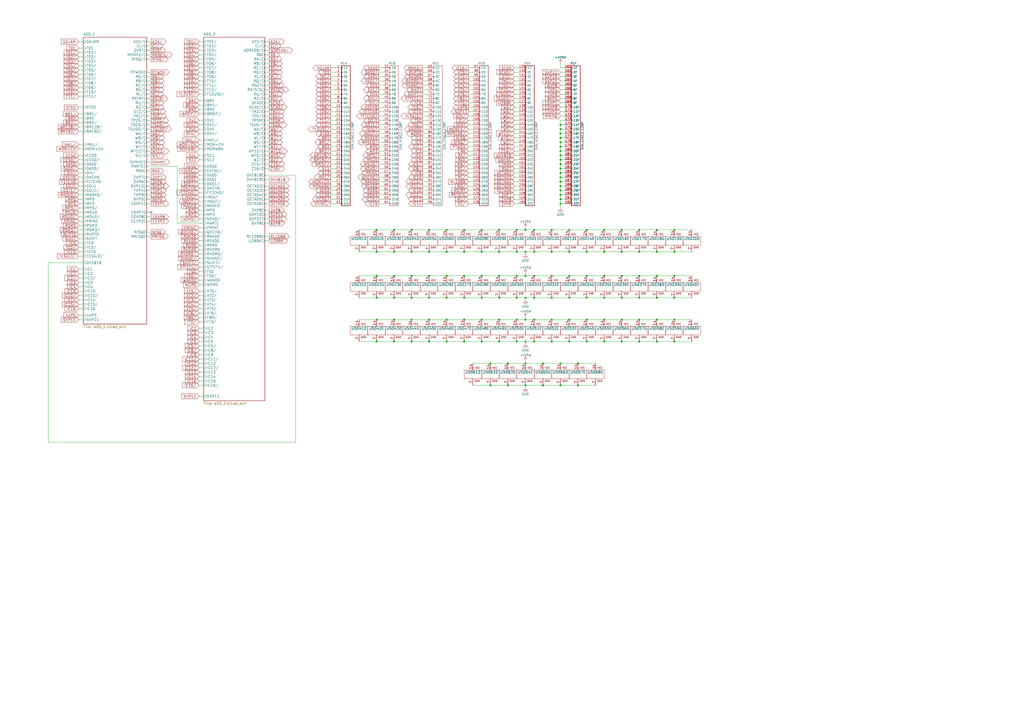
<source format=kicad_sch>
(kicad_sch (version 20211123) (generator eeschema)
  (paper "A2")
  (junction (at 325.12 97.79))
  (junction (at 299.72 160.02))
  (junction (at 284.48 223.52))
  (junction (at 218.44 133.35))
  (junction (at 218.44 198.12))
  (junction (at 248.92 172.72))
  (junction (at 335.28 223.52))
  (junction (at 320.04 146.05))
  (junction (at 330.2 133.35))
  (junction (at 325.12 95.25))
  (junction (at 279.4 160.02))
  (junction (at 228.6 133.35))
  (junction (at 248.92 185.42))
  (junction (at 340.36 172.72))
  (junction (at 325.12 85.09))
  (junction (at 391.16 172.72))
  (junction (at 330.2 146.05))
  (junction (at 304.8 172.72))
  (junction (at 370.84 172.72))
  (junction (at 294.64 210.82))
  (junction (at 325.12 82.55))
  (junction (at 325.12 72.39))
  (junction (at 309.88 160.02))
  (junction (at 320.04 198.12))
  (junction (at 391.16 185.42))
  (junction (at 304.8 185.42))
  (junction (at 218.44 146.05))
  (junction (at 350.52 160.02))
  (junction (at 218.44 185.42))
  (junction (at 238.76 160.02))
  (junction (at 325.12 102.87))
  (junction (at 279.4 185.42))
  (junction (at 228.6 198.12))
  (junction (at 289.56 146.05))
  (junction (at 391.16 160.02))
  (junction (at 259.08 198.12))
  (junction (at 238.76 146.05))
  (junction (at 269.24 160.02))
  (junction (at 325.12 118.11))
  (junction (at 381 198.12))
  (junction (at 381 160.02))
  (junction (at 218.44 172.72))
  (junction (at 238.76 198.12))
  (junction (at 228.6 160.02))
  (junction (at 325.12 77.47))
  (junction (at 340.36 160.02))
  (junction (at 304.8 210.82))
  (junction (at 269.24 185.42))
  (junction (at 304.8 223.52))
  (junction (at 228.6 172.72))
  (junction (at 325.12 74.93))
  (junction (at 370.84 133.35))
  (junction (at 309.88 172.72))
  (junction (at 289.56 198.12))
  (junction (at 299.72 185.42))
  (junction (at 248.92 160.02))
  (junction (at 279.4 133.35))
  (junction (at 391.16 133.35))
  (junction (at 335.28 210.82))
  (junction (at 330.2 160.02))
  (junction (at 320.04 133.35))
  (junction (at 350.52 198.12))
  (junction (at 259.08 146.05))
  (junction (at 325.12 210.82))
  (junction (at 299.72 146.05))
  (junction (at 391.16 198.12))
  (junction (at 360.68 146.05))
  (junction (at 381 146.05))
  (junction (at 248.92 198.12))
  (junction (at 314.96 210.82))
  (junction (at 284.48 210.82))
  (junction (at 279.4 172.72))
  (junction (at 304.8 198.12))
  (junction (at 259.08 185.42))
  (junction (at 304.8 146.05))
  (junction (at 325.12 110.49))
  (junction (at 325.12 87.63))
  (junction (at 325.12 223.52))
  (junction (at 350.52 133.35))
  (junction (at 248.92 133.35))
  (junction (at 238.76 172.72))
  (junction (at 238.76 185.42))
  (junction (at 309.88 146.05))
  (junction (at 325.12 113.03))
  (junction (at 340.36 133.35))
  (junction (at 259.08 133.35))
  (junction (at 320.04 172.72))
  (junction (at 381 172.72))
  (junction (at 320.04 160.02))
  (junction (at 299.72 172.72))
  (junction (at 304.8 160.02))
  (junction (at 330.2 198.12))
  (junction (at 360.68 160.02))
  (junction (at 340.36 185.42))
  (junction (at 340.36 198.12))
  (junction (at 381 133.35))
  (junction (at 289.56 160.02))
  (junction (at 289.56 172.72))
  (junction (at 314.96 223.52))
  (junction (at 325.12 105.41))
  (junction (at 259.08 160.02))
  (junction (at 304.8 133.35))
  (junction (at 299.72 198.12))
  (junction (at 259.08 172.72))
  (junction (at 381 185.42))
  (junction (at 370.84 160.02))
  (junction (at 279.4 146.05))
  (junction (at 370.84 146.05))
  (junction (at 289.56 185.42))
  (junction (at 360.68 172.72))
  (junction (at 320.04 185.42))
  (junction (at 294.64 223.52))
  (junction (at 228.6 146.05))
  (junction (at 360.68 133.35))
  (junction (at 340.36 146.05))
  (junction (at 289.56 133.35))
  (junction (at 330.2 172.72))
  (junction (at 325.12 100.33))
  (junction (at 248.92 146.05))
  (junction (at 360.68 185.42))
  (junction (at 269.24 198.12))
  (junction (at 238.76 133.35))
  (junction (at 325.12 90.17))
  (junction (at 309.88 198.12))
  (junction (at 360.68 198.12))
  (junction (at 218.44 160.02))
  (junction (at 325.12 107.95))
  (junction (at 269.24 172.72))
  (junction (at 325.12 80.01))
  (junction (at 350.52 172.72))
  (junction (at 269.24 146.05))
  (junction (at 370.84 185.42))
  (junction (at 330.2 185.42))
  (junction (at 391.16 146.05))
  (junction (at 269.24 133.35))
  (junction (at 325.12 115.57))
  (junction (at 228.6 185.42))
  (junction (at 325.12 92.71))
  (junction (at 370.84 198.12))
  (junction (at 350.52 185.42))
  (junction (at 299.72 133.35))
  (junction (at 350.52 146.05))
  (junction (at 309.88 185.42))
  (junction (at 309.88 133.35))
  (junction (at 279.4 198.12))
  (no_connect (at 87.63 123.19))
  (wire (pts (xy 191.77 69.85) (xy 194.31 69.85)))
  (wire (pts (xy 381 160.02) (xy 391.16 160.02)))
  (wire (pts (xy 381 198.12) (xy 391.16 198.12)))
  (wire (pts (xy 327.66 44.45) (xy 325.12 44.45)))
  (wire (pts (xy 85.09 137.16) (xy 87.63 137.16)))
  (wire (pts (xy 45.72 97.79) (xy 48.26 97.79)))
  (wire (pts (xy 298.45 90.17) (xy 300.99 90.17)))
  (wire (pts (xy 115.57 215.9) (xy 118.11 215.9)))
  (wire (pts (xy 298.45 69.85) (xy 300.99 69.85)))
  (wire (pts (xy 325.12 102.87) (xy 325.12 105.41)))
  (wire (pts (xy 219.71 67.31) (xy 222.25 67.31)))
  (wire (pts (xy 248.92 146.05) (xy 259.08 146.05)))
  (wire (pts (xy 219.71 97.79) (xy 222.25 97.79)))
  (wire (pts (xy 304.8 133.35) (xy 309.88 133.35)))
  (wire (pts (xy 325.12 223.52) (xy 335.28 223.52)))
  (wire (pts (xy 115.57 99.06) (xy 118.11 99.06)))
  (wire (pts (xy 330.2 172.72) (xy 340.36 172.72)))
  (wire (pts (xy 153.67 101.6) (xy 171.45 101.6)))
  (wire (pts (xy 45.72 92.71) (xy 48.26 92.71)))
  (wire (pts (xy 87.63 49.53) (xy 85.09 49.53)))
  (wire (pts (xy 219.71 118.11) (xy 222.25 118.11)))
  (wire (pts (xy 115.57 179.07) (xy 118.11 179.07)))
  (wire (pts (xy 153.67 137.16) (xy 156.21 137.16)))
  (wire (pts (xy 115.57 213.36) (xy 118.11 213.36)))
  (wire (pts (xy 245.11 110.49) (xy 247.65 110.49)))
  (wire (pts (xy 115.57 29.21) (xy 118.11 29.21)))
  (wire (pts (xy 279.4 133.35) (xy 289.56 133.35)))
  (wire (pts (xy 115.57 26.67) (xy 118.11 26.67)))
  (wire (pts (xy 340.36 146.05) (xy 350.52 146.05)))
  (wire (pts (xy 330.2 198.12) (xy 340.36 198.12)))
  (wire (pts (xy 335.28 210.82) (xy 345.44 210.82)))
  (wire (pts (xy 248.92 185.42) (xy 259.08 185.42)))
  (wire (pts (xy 153.67 129.54) (xy 156.21 129.54)))
  (wire (pts (xy 219.71 46.99) (xy 222.25 46.99)))
  (wire (pts (xy 191.77 105.41) (xy 194.31 105.41)))
  (wire (pts (xy 298.45 87.63) (xy 300.99 87.63)))
  (wire (pts (xy 191.77 115.57) (xy 194.31 115.57)))
  (wire (pts (xy 208.28 160.02) (xy 218.44 160.02)))
  (wire (pts (xy 325.12 74.93) (xy 325.12 77.47)))
  (wire (pts (xy 298.45 110.49) (xy 300.99 110.49)))
  (wire (pts (xy 115.57 127) (xy 118.11 127)))
  (wire (pts (xy 45.72 143.51) (xy 48.26 143.51)))
  (wire (pts (xy 191.77 74.93) (xy 194.31 74.93)))
  (wire (pts (xy 350.52 185.42) (xy 360.68 185.42)))
  (wire (pts (xy 309.88 160.02) (xy 320.04 160.02)))
  (wire (pts (xy 370.84 160.02) (xy 381 160.02)))
  (wire (pts (xy 45.72 105.41) (xy 48.26 105.41)))
  (wire (pts (xy 87.63 57.15) (xy 85.09 57.15)))
  (wire (pts (xy 219.71 59.69) (xy 222.25 59.69)))
  (wire (pts (xy 299.72 172.72) (xy 304.8 172.72)))
  (wire (pts (xy 102.87 129.54) (xy 118.11 129.54)))
  (wire (pts (xy 271.78 87.63) (xy 274.32 87.63)))
  (wire (pts (xy 115.57 81.28) (xy 118.11 81.28)))
  (wire (pts (xy 219.71 85.09) (xy 222.25 85.09)))
  (wire (pts (xy 259.08 133.35) (xy 269.24 133.35)))
  (wire (pts (xy 298.45 62.23) (xy 300.99 62.23)))
  (wire (pts (xy 115.57 157.48) (xy 118.11 157.48)))
  (wire (pts (xy 115.57 74.93) (xy 118.11 74.93)))
  (wire (pts (xy 45.72 156.21) (xy 48.26 156.21)))
  (wire (pts (xy 115.57 39.37) (xy 118.11 39.37)))
  (wire (pts (xy 325.12 39.37) (xy 327.66 39.37)))
  (wire (pts (xy 360.68 198.12) (xy 370.84 198.12)))
  (wire (pts (xy 153.67 121.92) (xy 156.21 121.92)))
  (wire (pts (xy 171.45 256.54) (xy 27.94 256.54)))
  (wire (pts (xy 219.71 54.61) (xy 222.25 54.61)))
  (wire (pts (xy 238.76 185.42) (xy 248.92 185.42)))
  (wire (pts (xy 271.78 82.55) (xy 274.32 82.55)))
  (wire (pts (xy 156.21 90.17) (xy 153.67 90.17)))
  (wire (pts (xy 156.21 57.15) (xy 153.67 57.15)))
  (wire (pts (xy 325.12 97.79) (xy 325.12 100.33)))
  (wire (pts (xy 325.12 85.09) (xy 325.12 87.63)))
  (wire (pts (xy 85.09 96.52) (xy 102.87 96.52)))
  (wire (pts (xy 115.57 54.61) (xy 118.11 54.61)))
  (wire (pts (xy 191.77 52.07) (xy 194.31 52.07)))
  (wire (pts (xy 115.57 171.45) (xy 118.11 171.45)))
  (wire (pts (xy 245.11 62.23) (xy 247.65 62.23)))
  (wire (pts (xy 325.12 110.49) (xy 325.12 113.03)))
  (wire (pts (xy 228.6 133.35) (xy 238.76 133.35)))
  (wire (pts (xy 191.77 59.69) (xy 194.31 59.69)))
  (wire (pts (xy 218.44 185.42) (xy 228.6 185.42)))
  (wire (pts (xy 300.99 113.03) (xy 298.45 113.03)))
  (wire (pts (xy 115.57 190.5) (xy 118.11 190.5)))
  (wire (pts (xy 191.77 82.55) (xy 194.31 82.55)))
  (wire (pts (xy 238.76 160.02) (xy 248.92 160.02)))
  (wire (pts (xy 156.21 95.25) (xy 153.67 95.25)))
  (wire (pts (xy 245.11 97.79) (xy 247.65 97.79)))
  (wire (pts (xy 218.44 146.05) (xy 228.6 146.05)))
  (wire (pts (xy 271.78 113.03) (xy 274.32 113.03)))
  (wire (pts (xy 115.57 223.52) (xy 118.11 223.52)))
  (wire (pts (xy 115.57 63.5) (xy 118.11 63.5)))
  (wire (pts (xy 350.52 146.05) (xy 360.68 146.05)))
  (wire (pts (xy 156.21 64.77) (xy 153.67 64.77)))
  (wire (pts (xy 325.12 105.41) (xy 327.66 105.41)))
  (wire (pts (xy 115.57 34.29) (xy 118.11 34.29)))
  (wire (pts (xy 325.12 90.17) (xy 325.12 92.71)))
  (wire (pts (xy 304.8 223.52) (xy 314.96 223.52)))
  (wire (pts (xy 219.71 69.85) (xy 222.25 69.85)))
  (wire (pts (xy 370.84 198.12) (xy 381 198.12)))
  (wire (pts (xy 271.78 57.15) (xy 274.32 57.15)))
  (wire (pts (xy 45.72 27.94) (xy 48.26 27.94)))
  (wire (pts (xy 191.77 87.63) (xy 194.31 87.63)))
  (wire (pts (xy 115.57 119.38) (xy 118.11 119.38)))
  (wire (pts (xy 298.45 85.09) (xy 300.99 85.09)))
  (wire (pts (xy 115.57 109.22) (xy 118.11 109.22)))
  (wire (pts (xy 191.77 100.33) (xy 194.31 100.33)))
  (wire (pts (xy 85.09 134.62) (xy 87.63 134.62)))
  (wire (pts (xy 271.78 100.33) (xy 274.32 100.33)))
  (wire (pts (xy 87.63 80.01) (xy 85.09 80.01)))
  (wire (pts (xy 156.21 77.47) (xy 153.67 77.47)))
  (wire (pts (xy 219.71 44.45) (xy 222.25 44.45)))
  (wire (pts (xy 191.77 118.11) (xy 194.31 118.11)))
  (wire (pts (xy 245.11 67.31) (xy 247.65 67.31)))
  (wire (pts (xy 115.57 86.36) (xy 118.11 86.36)))
  (wire (pts (xy 340.36 172.72) (xy 350.52 172.72)))
  (wire (pts (xy 271.78 95.25) (xy 274.32 95.25)))
  (wire (pts (xy 360.68 160.02) (xy 370.84 160.02)))
  (wire (pts (xy 218.44 172.72) (xy 228.6 172.72)))
  (wire (pts (xy 115.57 83.82) (xy 118.11 83.82)))
  (wire (pts (xy 115.57 144.78) (xy 118.11 144.78)))
  (wire (pts (xy 320.04 146.05) (xy 330.2 146.05)))
  (wire (pts (xy 245.11 90.17) (xy 247.65 90.17)))
  (wire (pts (xy 298.45 107.95) (xy 300.99 107.95)))
  (wire (pts (xy 115.57 41.91) (xy 118.11 41.91)))
  (wire (pts (xy 327.66 57.15) (xy 325.12 57.15)))
  (wire (pts (xy 45.72 110.49) (xy 48.26 110.49)))
  (wire (pts (xy 360.68 146.05) (xy 370.84 146.05)))
  (wire (pts (xy 85.09 115.57) (xy 87.63 115.57)))
  (wire (pts (xy 219.71 74.93) (xy 222.25 74.93)))
  (wire (pts (xy 245.11 49.53) (xy 247.65 49.53)))
  (wire (pts (xy 298.45 39.37) (xy 300.99 39.37)))
  (wire (pts (xy 115.57 149.86) (xy 118.11 149.86)))
  (wire (pts (xy 309.88 133.35) (xy 320.04 133.35)))
  (wire (pts (xy 271.78 115.57) (xy 274.32 115.57)))
  (wire (pts (xy 325.12 72.39) (xy 325.12 74.93)))
  (wire (pts (xy 115.57 152.4) (xy 118.11 152.4)))
  (wire (pts (xy 85.09 110.49) (xy 87.63 110.49)))
  (wire (pts (xy 87.63 26.67) (xy 85.09 26.67)))
  (wire (pts (xy 191.77 62.23) (xy 194.31 62.23)))
  (wire (pts (xy 320.04 160.02) (xy 330.2 160.02)))
  (wire (pts (xy 279.4 185.42) (xy 289.56 185.42)))
  (wire (pts (xy 45.72 35.56) (xy 48.26 35.56)))
  (wire (pts (xy 87.63 29.21) (xy 85.09 29.21)))
  (wire (pts (xy 45.72 62.23) (xy 48.26 62.23)))
  (wire (pts (xy 298.45 54.61) (xy 300.99 54.61)))
  (wire (pts (xy 298.45 46.99) (xy 300.99 46.99)))
  (wire (pts (xy 156.21 72.39) (xy 153.67 72.39)))
  (wire (pts (xy 245.11 44.45) (xy 247.65 44.45)))
  (wire (pts (xy 156.21 24.13) (xy 153.67 24.13)))
  (wire (pts (xy 309.88 146.05) (xy 320.04 146.05)))
  (wire (pts (xy 191.77 85.09) (xy 194.31 85.09)))
  (wire (pts (xy 85.09 107.95) (xy 87.63 107.95)))
  (wire (pts (xy 45.72 163.83) (xy 48.26 163.83)))
  (wire (pts (xy 45.72 33.02) (xy 48.26 33.02)))
  (wire (pts (xy 271.78 85.09) (xy 274.32 85.09)))
  (wire (pts (xy 304.8 132.08) (xy 304.8 133.35)))
  (wire (pts (xy 314.96 223.52) (xy 325.12 223.52)))
  (wire (pts (xy 298.45 80.01) (xy 300.99 80.01)))
  (wire (pts (xy 87.63 31.75) (xy 85.09 31.75)))
  (wire (pts (xy 340.36 133.35) (xy 350.52 133.35)))
  (wire (pts (xy 298.45 105.41) (xy 300.99 105.41)))
  (wire (pts (xy 325.12 59.69) (xy 327.66 59.69)))
  (wire (pts (xy 191.77 113.03) (xy 194.31 113.03)))
  (wire (pts (xy 228.6 160.02) (xy 238.76 160.02)))
  (wire (pts (xy 248.92 198.12) (xy 259.08 198.12)))
  (wire (pts (xy 87.63 69.85) (xy 85.09 69.85)))
  (wire (pts (xy 228.6 198.12) (xy 238.76 198.12)))
  (wire (pts (xy 298.45 41.91) (xy 300.99 41.91)))
  (wire (pts (xy 115.57 184.15) (xy 118.11 184.15)))
  (wire (pts (xy 115.57 96.52) (xy 118.11 96.52)))
  (wire (pts (xy 381 185.42) (xy 391.16 185.42)))
  (wire (pts (xy 238.76 133.35) (xy 248.92 133.35)))
  (wire (pts (xy 299.72 146.05) (xy 304.8 146.05)))
  (wire (pts (xy 115.57 165.1) (xy 118.11 165.1)))
  (wire (pts (xy 325.12 82.55) (xy 325.12 85.09)))
  (wire (pts (xy 45.72 86.36) (xy 48.26 86.36)))
  (wire (pts (xy 304.8 209.55) (xy 304.8 210.82)))
  (wire (pts (xy 325.12 54.61) (xy 327.66 54.61)))
  (wire (pts (xy 45.72 173.99) (xy 48.26 173.99)))
  (wire (pts (xy 45.72 76.2) (xy 48.26 76.2)))
  (wire (pts (xy 45.72 113.03) (xy 48.26 113.03)))
  (wire (pts (xy 191.77 64.77) (xy 194.31 64.77)))
  (wire (pts (xy 45.72 95.25) (xy 48.26 95.25)))
  (wire (pts (xy 45.72 66.04) (xy 48.26 66.04)))
  (wire (pts (xy 156.21 107.95) (xy 153.67 107.95)))
  (wire (pts (xy 269.24 185.42) (xy 279.4 185.42)))
  (wire (pts (xy 191.77 54.61) (xy 194.31 54.61)))
  (wire (pts (xy 245.11 95.25) (xy 247.65 95.25)))
  (wire (pts (xy 115.57 116.84) (xy 118.11 116.84)))
  (wire (pts (xy 156.21 118.11) (xy 153.67 118.11)))
  (wire (pts (xy 325.12 95.25) (xy 327.66 95.25)))
  (wire (pts (xy 271.78 64.77) (xy 274.32 64.77)))
  (wire (pts (xy 381 146.05) (xy 391.16 146.05)))
  (wire (pts (xy 304.8 160.02) (xy 309.88 160.02)))
  (wire (pts (xy 191.77 46.99) (xy 194.31 46.99)))
  (wire (pts (xy 269.24 146.05) (xy 279.4 146.05)))
  (wire (pts (xy 156.21 41.91) (xy 153.67 41.91)))
  (wire (pts (xy 299.72 198.12) (xy 304.8 198.12)))
  (wire (pts (xy 325.12 49.53) (xy 327.66 49.53)))
  (wire (pts (xy 191.77 49.53) (xy 194.31 49.53)))
  (wire (pts (xy 87.63 90.17) (xy 85.09 90.17)))
  (wire (pts (xy 45.72 102.87) (xy 48.26 102.87)))
  (wire (pts (xy 208.28 172.72) (xy 218.44 172.72)))
  (wire (pts (xy 45.72 90.17) (xy 48.26 90.17)))
  (wire (pts (xy 248.92 160.02) (xy 259.08 160.02)))
  (wire (pts (xy 27.94 152.4) (xy 48.26 152.4)))
  (wire (pts (xy 115.57 162.56) (xy 118.11 162.56)))
  (wire (pts (xy 115.57 49.53) (xy 118.11 49.53)))
  (wire (pts (xy 45.72 120.65) (xy 48.26 120.65)))
  (wire (pts (xy 304.8 146.05) (xy 309.88 146.05)))
  (wire (pts (xy 325.12 46.99) (xy 327.66 46.99)))
  (wire (pts (xy 45.72 125.73) (xy 48.26 125.73)))
  (wire (pts (xy 156.21 29.21) (xy 153.67 29.21)))
  (wire (pts (xy 271.78 52.07) (xy 274.32 52.07)))
  (wire (pts (xy 284.48 223.52) (xy 294.64 223.52)))
  (wire (pts (xy 320.04 185.42) (xy 330.2 185.42)))
  (wire (pts (xy 325.12 90.17) (xy 327.66 90.17)))
  (wire (pts (xy 45.72 48.26) (xy 48.26 48.26)))
  (wire (pts (xy 45.72 146.05) (xy 48.26 146.05)))
  (wire (pts (xy 325.12 107.95) (xy 325.12 110.49)))
  (wire (pts (xy 298.45 100.33) (xy 300.99 100.33)))
  (wire (pts (xy 191.77 107.95) (xy 194.31 107.95)))
  (wire (pts (xy 115.57 46.99) (xy 118.11 46.99)))
  (wire (pts (xy 45.72 166.37) (xy 48.26 166.37)))
  (wire (pts (xy 115.57 36.83) (xy 118.11 36.83)))
  (wire (pts (xy 304.8 172.72) (xy 309.88 172.72)))
  (wire (pts (xy 304.8 146.05) (xy 304.8 147.32)))
  (wire (pts (xy 279.4 160.02) (xy 289.56 160.02)))
  (wire (pts (xy 271.78 39.37) (xy 274.32 39.37)))
  (wire (pts (xy 325.12 118.11) (xy 327.66 118.11)))
  (wire (pts (xy 45.72 68.58) (xy 48.26 68.58)))
  (wire (pts (xy 153.67 139.7) (xy 156.21 139.7)))
  (wire (pts (xy 191.77 95.25) (xy 194.31 95.25)))
  (wire (pts (xy 156.21 26.67) (xy 153.67 26.67)))
  (wire (pts (xy 219.71 72.39) (xy 222.25 72.39)))
  (wire (pts (xy 330.2 133.35) (xy 340.36 133.35)))
  (wire (pts (xy 391.16 172.72) (xy 401.32 172.72)))
  (wire (pts (xy 45.72 130.81) (xy 48.26 130.81)))
  (wire (pts (xy 325.12 115.57) (xy 327.66 115.57)))
  (wire (pts (xy 304.8 184.15) (xy 304.8 185.42)))
  (wire (pts (xy 298.45 95.25) (xy 300.99 95.25)))
  (wire (pts (xy 85.09 105.41) (xy 87.63 105.41)))
  (wire (pts (xy 330.2 185.42) (xy 340.36 185.42)))
  (wire (pts (xy 115.57 104.14) (xy 118.11 104.14)))
  (wire (pts (xy 115.57 210.82) (xy 118.11 210.82)))
  (wire (pts (xy 156.21 115.57) (xy 153.67 115.57)))
  (wire (pts (xy 219.71 82.55) (xy 222.25 82.55)))
  (wire (pts (xy 259.08 172.72) (xy 269.24 172.72)))
  (wire (pts (xy 298.45 74.93) (xy 300.99 74.93)))
  (wire (pts (xy 115.57 229.87) (xy 118.11 229.87)))
  (wire (pts (xy 271.78 59.69) (xy 274.32 59.69)))
  (wire (pts (xy 325.12 87.63) (xy 327.66 87.63)))
  (wire (pts (xy 391.16 185.42) (xy 401.32 185.42)))
  (wire (pts (xy 156.21 67.31) (xy 153.67 67.31)))
  (wire (pts (xy 245.11 59.69) (xy 247.65 59.69)))
  (wire (pts (xy 156.21 82.55) (xy 153.67 82.55)))
  (wire (pts (xy 87.63 24.13) (xy 85.09 24.13)))
  (wire (pts (xy 219.71 52.07) (xy 222.25 52.07)))
  (wire (pts (xy 45.72 50.8) (xy 48.26 50.8)))
  (wire (pts (xy 85.09 128.27) (xy 87.63 128.27)))
  (wire (pts (xy 87.63 41.91) (xy 85.09 41.91)))
  (wire (pts (xy 245.11 54.61) (xy 247.65 54.61)))
  (wire (pts (xy 325.12 80.01) (xy 325.12 82.55)))
  (wire (pts (xy 191.77 92.71) (xy 194.31 92.71)))
  (wire (pts (xy 115.57 154.94) (xy 118.11 154.94)))
  (wire (pts (xy 298.45 72.39) (xy 300.99 72.39)))
  (wire (pts (xy 289.56 198.12) (xy 299.72 198.12)))
  (wire (pts (xy 219.71 77.47) (xy 222.25 77.47)))
  (wire (pts (xy 85.09 113.03) (xy 87.63 113.03)))
  (wire (pts (xy 245.11 102.87) (xy 247.65 102.87)))
  (wire (pts (xy 299.72 160.02) (xy 304.8 160.02)))
  (wire (pts (xy 350.52 160.02) (xy 360.68 160.02)))
  (wire (pts (xy 219.71 90.17) (xy 222.25 90.17)))
  (wire (pts (xy 45.72 73.66) (xy 48.26 73.66)))
  (wire (pts (xy 271.78 74.93) (xy 274.32 74.93)))
  (wire (pts (xy 309.88 198.12) (xy 320.04 198.12)))
  (wire (pts (xy 271.78 49.53) (xy 274.32 49.53)))
  (wire (pts (xy 115.57 147.32) (xy 118.11 147.32)))
  (wire (pts (xy 340.36 160.02) (xy 350.52 160.02)))
  (wire (pts (xy 153.67 124.46) (xy 156.21 124.46)))
  (wire (pts (xy 298.45 115.57) (xy 300.99 115.57)))
  (wire (pts (xy 269.24 172.72) (xy 279.4 172.72)))
  (wire (pts (xy 327.66 69.85) (xy 325.12 69.85)))
  (wire (pts (xy 87.63 123.19) (xy 85.09 123.19)))
  (wire (pts (xy 259.08 146.05) (xy 269.24 146.05)))
  (wire (pts (xy 325.12 82.55) (xy 327.66 82.55)))
  (wire (pts (xy 271.78 92.71) (xy 274.32 92.71)))
  (wire (pts (xy 320.04 133.35) (xy 330.2 133.35)))
  (wire (pts (xy 340.36 198.12) (xy 350.52 198.12)))
  (wire (pts (xy 325.12 100.33) (xy 327.66 100.33)))
  (wire (pts (xy 289.56 172.72) (xy 299.72 172.72)))
  (wire (pts (xy 298.45 59.69) (xy 300.99 59.69)))
  (wire (pts (xy 45.72 148.59) (xy 48.26 148.59)))
  (wire (pts (xy 320.04 172.72) (xy 330.2 172.72)))
  (wire (pts (xy 289.56 185.42) (xy 299.72 185.42)))
  (wire (pts (xy 87.63 82.55) (xy 85.09 82.55)))
  (wire (pts (xy 245.11 41.91) (xy 247.65 41.91)))
  (wire (pts (xy 370.84 133.35) (xy 381 133.35)))
  (wire (pts (xy 238.76 146.05) (xy 248.92 146.05)))
  (wire (pts (xy 102.87 96.52) (xy 102.87 129.54)))
  (wire (pts (xy 115.57 142.24) (xy 118.11 142.24)))
  (wire (pts (xy 191.77 39.37) (xy 194.31 39.37)))
  (wire (pts (xy 208.28 185.42) (xy 218.44 185.42)))
  (wire (pts (xy 325.12 110.49) (xy 327.66 110.49)))
  (wire (pts (xy 115.57 218.44) (xy 118.11 218.44)))
  (wire (pts (xy 87.63 52.07) (xy 85.09 52.07)))
  (wire (pts (xy 325.12 92.71) (xy 327.66 92.71)))
  (wire (pts (xy 219.71 80.01) (xy 222.25 80.01)))
  (wire (pts (xy 87.63 44.45) (xy 85.09 44.45)))
  (wire (pts (xy 300.99 118.11) (xy 298.45 118.11)))
  (wire (pts (xy 45.72 40.64) (xy 48.26 40.64)))
  (wire (pts (xy 87.63 34.29) (xy 85.09 34.29)))
  (wire (pts (xy 45.72 100.33) (xy 48.26 100.33)))
  (wire (pts (xy 156.21 104.14) (xy 153.67 104.14)))
  (wire (pts (xy 219.71 110.49) (xy 222.25 110.49)))
  (wire (pts (xy 219.71 102.87) (xy 222.25 102.87)))
  (wire (pts (xy 330.2 160.02) (xy 340.36 160.02)))
  (wire (pts (xy 309.88 185.42) (xy 320.04 185.42)))
  (wire (pts (xy 219.71 87.63) (xy 222.25 87.63)))
  (wire (pts (xy 208.28 198.12) (xy 218.44 198.12)))
  (wire (pts (xy 87.63 72.39) (xy 85.09 72.39)))
  (wire (pts (xy 325.12 36.83) (xy 325.12 39.37)))
  (wire (pts (xy 279.4 198.12) (xy 289.56 198.12)))
  (wire (pts (xy 115.57 52.07) (xy 118.11 52.07)))
  (wire (pts (xy 391.16 160.02) (xy 401.32 160.02)))
  (wire (pts (xy 115.57 124.46) (xy 118.11 124.46)))
  (wire (pts (xy 325.12 85.09) (xy 327.66 85.09)))
  (wire (pts (xy 325.12 67.31) (xy 327.66 67.31)))
  (wire (pts (xy 45.72 45.72) (xy 48.26 45.72)))
  (wire (pts (xy 298.45 49.53) (xy 300.99 49.53)))
  (wire (pts (xy 391.16 198.12) (xy 401.32 198.12)))
  (wire (pts (xy 115.57 60.96) (xy 118.11 60.96)))
  (wire (pts (xy 325.12 92.71) (xy 325.12 95.25)))
  (wire (pts (xy 325.12 64.77) (xy 327.66 64.77)))
  (wire (pts (xy 245.11 87.63) (xy 247.65 87.63)))
  (wire (pts (xy 156.21 59.69) (xy 153.67 59.69)))
  (wire (pts (xy 115.57 66.04) (xy 118.11 66.04)))
  (wire (pts (xy 298.45 52.07) (xy 300.99 52.07)))
  (wire (pts (xy 309.88 172.72) (xy 320.04 172.72)))
  (wire (pts (xy 45.72 24.13) (xy 48.26 24.13)))
  (wire (pts (xy 279.4 146.05) (xy 289.56 146.05)))
  (wire (pts (xy 191.77 44.45) (xy 194.31 44.45)))
  (wire (pts (xy 87.63 59.69) (xy 85.09 59.69)))
  (wire (pts (xy 45.72 182.88) (xy 48.26 182.88)))
  (wire (pts (xy 238.76 172.72) (xy 248.92 172.72)))
  (wire (pts (xy 330.2 146.05) (xy 340.36 146.05)))
  (wire (pts (xy 87.63 64.77) (xy 85.09 64.77)))
  (wire (pts (xy 259.08 198.12) (xy 269.24 198.12)))
  (wire (pts (xy 45.72 71.12) (xy 48.26 71.12)))
  (wire (pts (xy 325.12 87.63) (xy 325.12 90.17)))
  (wire (pts (xy 45.72 168.91) (xy 48.26 168.91)))
  (wire (pts (xy 115.57 121.92) (xy 118.11 121.92)))
  (wire (pts (xy 115.57 160.02) (xy 118.11 160.02)))
  (wire (pts (xy 115.57 195.58) (xy 118.11 195.58)))
  (wire (pts (xy 294.64 210.82) (xy 304.8 210.82)))
  (wire (pts (xy 45.72 55.88) (xy 48.26 55.88)))
  (wire (pts (xy 115.57 173.99) (xy 118.11 173.99)))
  (wire (pts (xy 304.8 223.52) (xy 304.8 224.79)))
  (wire (pts (xy 219.71 39.37) (xy 222.25 39.37)))
  (wire (pts (xy 115.57 69.85) (xy 118.11 69.85)))
  (wire (pts (xy 87.63 93.98) (xy 85.09 93.98)))
  (wire (pts (xy 320.04 198.12) (xy 330.2 198.12)))
  (wire (pts (xy 115.57 72.39) (xy 118.11 72.39)))
  (wire (pts (xy 156.21 36.83) (xy 153.67 36.83)))
  (wire (pts (xy 45.72 38.1) (xy 48.26 38.1)))
  (wire (pts (xy 115.57 186.69) (xy 118.11 186.69)))
  (wire (pts (xy 115.57 111.76) (xy 118.11 111.76)))
  (wire (pts (xy 45.72 135.89) (xy 48.26 135.89)))
  (wire (pts (xy 304.8 198.12) (xy 309.88 198.12)))
  (wire (pts (xy 156.21 39.37) (xy 153.67 39.37)))
  (wire (pts (xy 259.08 160.02) (xy 269.24 160.02)))
  (wire (pts (xy 191.77 90.17) (xy 194.31 90.17)))
  (wire (pts (xy 87.63 74.93) (xy 85.09 74.93)))
  (wire (pts (xy 115.57 193.04) (xy 118.11 193.04)))
  (wire (pts (xy 325.12 105.41) (xy 325.12 107.95)))
  (wire (pts (xy 156.21 62.23) (xy 153.67 62.23)))
  (wire (pts (xy 299.72 185.42) (xy 304.8 185.42)))
  (wire (pts (xy 271.78 67.31) (xy 274.32 67.31)))
  (wire (pts (xy 219.71 62.23) (xy 222.25 62.23)))
  (wire (pts (xy 298.45 67.31) (xy 300.99 67.31)))
  (wire (pts (xy 279.4 172.72) (xy 289.56 172.72)))
  (wire (pts (xy 325.12 80.01) (xy 327.66 80.01)))
  (wire (pts (xy 391.16 146.05) (xy 401.32 146.05)))
  (wire (pts (xy 115.57 208.28) (xy 118.11 208.28)))
  (wire (pts (xy 208.28 146.05) (xy 218.44 146.05)))
  (wire (pts (xy 191.77 57.15) (xy 194.31 57.15)))
  (wire (pts (xy 115.57 77.47) (xy 118.11 77.47)))
  (wire (pts (xy 115.57 220.98) (xy 118.11 220.98)))
  (wire (pts (xy 271.78 90.17) (xy 274.32 90.17)))
  (wire (pts (xy 271.78 77.47) (xy 274.32 77.47)))
  (wire (pts (xy 325.12 41.91) (xy 327.66 41.91)))
  (wire (pts (xy 45.72 43.18) (xy 48.26 43.18)))
  (wire (pts (xy 350.52 172.72) (xy 360.68 172.72)))
  (wire (pts (xy 115.57 168.91) (xy 118.11 168.91)))
  (wire (pts (xy 219.71 107.95) (xy 222.25 107.95)))
  (wire (pts (xy 156.21 44.45) (xy 153.67 44.45)))
  (wire (pts (xy 298.45 92.71) (xy 300.99 92.71)))
  (wire (pts (xy 45.72 133.35) (xy 48.26 133.35)))
  (wire (pts (xy 298.45 64.77) (xy 300.99 64.77)))
  (wire (pts (xy 325.12 113.03) (xy 327.66 113.03)))
  (wire (pts (xy 115.57 90.17) (xy 118.11 90.17)))
  (wire (pts (xy 271.78 44.45) (xy 274.32 44.45)))
  (wire (pts (xy 115.57 114.3) (xy 118.11 114.3)))
  (wire (pts (xy 360.68 133.35) (xy 370.84 133.35)))
  (wire (pts (xy 87.63 77.47) (xy 85.09 77.47)))
  (wire (pts (xy 274.32 210.82) (xy 284.48 210.82)))
  (wire (pts (xy 156.21 97.79) (xy 153.67 97.79)))
  (wire (pts (xy 271.78 107.95) (xy 274.32 107.95)))
  (wire (pts (xy 245.11 57.15) (xy 247.65 57.15)))
  (wire (pts (xy 284.48 210.82) (xy 294.64 210.82)))
  (wire (pts (xy 87.63 87.63) (xy 85.09 87.63)))
  (wire (pts (xy 304.8 185.42) (xy 309.88 185.42)))
  (wire (pts (xy 271.78 80.01) (xy 274.32 80.01)))
  (wire (pts (xy 45.72 161.29) (xy 48.26 161.29)))
  (wire (pts (xy 245.11 39.37) (xy 247.65 39.37)))
  (wire (pts (xy 327.66 72.39) (xy 325.12 72.39)))
  (wire (pts (xy 156.21 46.99) (xy 153.67 46.99)))
  (wire (pts (xy 115.57 139.7) (xy 118.11 139.7)))
  (wire (pts (xy 219.71 41.91) (xy 222.25 41.91)))
  (wire (pts (xy 245.11 46.99) (xy 247.65 46.99)))
  (wire (pts (xy 156.21 110.49) (xy 153.67 110.49)))
  (wire (pts (xy 245.11 113.03) (xy 247.65 113.03)))
  (wire (pts (xy 87.63 85.09) (xy 85.09 85.09)))
  (wire (pts (xy 325.12 69.85) (xy 325.12 72.39)))
  (wire (pts (xy 228.6 146.05) (xy 238.76 146.05)))
  (wire (pts (xy 271.78 41.91) (xy 274.32 41.91)))
  (wire (pts (xy 87.63 99.06) (xy 85.09 99.06)))
  (wire (pts (xy 45.72 171.45) (xy 48.26 171.45)))
  (wire (pts (xy 156.21 34.29) (xy 153.67 34.29)))
  (wire (pts (xy 271.78 97.79) (xy 274.32 97.79)))
  (wire (pts (xy 115.57 134.62) (xy 118.11 134.62)))
  (wire (pts (xy 156.21 52.07) (xy 153.67 52.07)))
  (wire (pts (xy 248.92 133.35) (xy 259.08 133.35)))
  (wire (pts (xy 115.57 92.71) (xy 118.11 92.71)))
  (wire (pts (xy 45.72 30.48) (xy 48.26 30.48)))
  (wire (pts (xy 304.8 158.75) (xy 304.8 160.02)))
  (wire (pts (xy 45.72 176.53) (xy 48.26 176.53)))
  (wire (pts (xy 271.78 105.41) (xy 274.32 105.41)))
  (wire (pts (xy 27.94 256.54) (xy 27.94 152.4)))
  (wire (pts (xy 325.12 210.82) (xy 335.28 210.82)))
  (wire (pts (xy 245.11 118.11) (xy 247.65 118.11)))
  (wire (pts (xy 45.72 158.75) (xy 48.26 158.75)))
  (wire (pts (xy 191.77 110.49) (xy 194.31 110.49)))
  (wire (pts (xy 269.24 133.35) (xy 279.4 133.35)))
  (wire (pts (xy 298.45 57.15) (xy 300.99 57.15)))
  (wire (pts (xy 156.21 31.75) (xy 153.67 31.75)))
  (wire (pts (xy 360.68 185.42) (xy 370.84 185.42)))
  (wire (pts (xy 271.78 69.85) (xy 274.32 69.85)))
  (wire (pts (xy 370.84 172.72) (xy 381 172.72)))
  (wire (pts (xy 191.77 80.01) (xy 194.31 80.01)))
  (wire (pts (xy 156.21 49.53) (xy 153.67 49.53)))
  (wire (pts (xy 325.12 102.87) (xy 327.66 102.87)))
  (wire (pts (xy 271.78 54.61) (xy 274.32 54.61)))
  (wire (pts (xy 304.8 198.12) (xy 304.8 199.39)))
  (wire (pts (xy 115.57 31.75) (xy 118.11 31.75)))
  (wire (pts (xy 171.45 101.6) (xy 171.45 256.54)))
  (wire (pts (xy 208.28 133.35) (xy 218.44 133.35)))
  (wire (pts (xy 191.77 102.87) (xy 194.31 102.87)))
  (wire (pts (xy 370.84 185.42) (xy 381 185.42)))
  (wire (pts (xy 228.6 172.72) (xy 238.76 172.72)))
  (wire (pts (xy 245.11 107.95) (xy 247.65 107.95)))
  (wire (pts (xy 191.77 72.39) (xy 194.31 72.39)))
  (wire (pts (xy 245.11 100.33) (xy 247.65 100.33)))
  (wire (pts (xy 45.72 185.42) (xy 48.26 185.42)))
  (wire (pts (xy 85.09 125.73) (xy 87.63 125.73)))
  (wire (pts (xy 245.11 105.41) (xy 247.65 105.41)))
  (wire (pts (xy 325.12 95.25) (xy 325.12 97.79)))
  (wire (pts (xy 219.71 64.77) (xy 222.25 64.77)))
  (wire (pts (xy 259.08 185.42) (xy 269.24 185.42)))
  (wire (pts (xy 271.78 110.49) (xy 274.32 110.49)))
  (wire (pts (xy 299.72 133.35) (xy 304.8 133.35)))
  (wire (pts (xy 298.45 82.55) (xy 300.99 82.55)))
  (wire (pts (xy 304.8 172.72) (xy 304.8 173.99)))
  (wire (pts (xy 45.72 115.57) (xy 48.26 115.57)))
  (wire (pts (xy 85.09 118.11) (xy 87.63 118.11)))
  (wire (pts (xy 381 172.72) (xy 391.16 172.72)))
  (wire (pts (xy 115.57 176.53) (xy 118.11 176.53)))
  (wire (pts (xy 298.45 44.45) (xy 300.99 44.45)))
  (wire (pts (xy 115.57 101.6) (xy 118.11 101.6)))
  (wire (pts (xy 45.72 123.19) (xy 48.26 123.19)))
  (wire (pts (xy 325.12 74.93) (xy 327.66 74.93)))
  (wire (pts (xy 87.63 67.31) (xy 85.09 67.31)))
  (wire (pts (xy 45.72 107.95) (xy 48.26 107.95)))
  (wire (pts (xy 228.6 185.42) (xy 238.76 185.42)))
  (wire (pts (xy 289.56 133.35) (xy 299.72 133.35)))
  (wire (pts (xy 156.21 85.09) (xy 153.67 85.09)))
  (wire (pts (xy 156.21 54.61) (xy 153.67 54.61)))
  (wire (pts (xy 156.21 113.03) (xy 153.67 113.03)))
  (wire (pts (xy 115.57 205.74) (xy 118.11 205.74)))
  (wire (pts (xy 218.44 160.02) (xy 228.6 160.02)))
  (wire (pts (xy 115.57 137.16) (xy 118.11 137.16)))
  (wire (pts (xy 45.72 140.97) (xy 48.26 140.97)))
  (wire (pts (xy 191.77 41.91) (xy 194.31 41.91)))
  (wire (pts (xy 271.78 118.11) (xy 274.32 118.11)))
  (wire (pts (xy 298.45 77.47) (xy 300.99 77.47)))
  (wire (pts (xy 218.44 133.35) (xy 228.6 133.35)))
  (wire (pts (xy 271.78 46.99) (xy 274.32 46.99)))
  (wire (pts (xy 191.77 67.31) (xy 194.31 67.31)))
  (wire (pts (xy 245.11 52.07) (xy 247.65 52.07)))
  (wire (pts (xy 248.92 172.72) (xy 259.08 172.72)))
  (wire (pts (xy 219.71 105.41) (xy 222.25 105.41)))
  (wire (pts (xy 115.57 203.2) (xy 118.11 203.2)))
  (wire (pts (xy 218.44 198.12) (xy 228.6 198.12)))
  (wire (pts (xy 219.71 49.53) (xy 222.25 49.53)))
  (wire (pts (xy 87.63 54.61) (xy 85.09 54.61)))
  (wire (pts (xy 85.09 102.87) (xy 87.63 102.87)))
  (wire (pts (xy 115.57 200.66) (xy 118.11 200.66)))
  (wire (pts (xy 191.77 77.47) (xy 194.31 77.47)))
  (wire (pts (xy 245.11 82.55) (xy 247.65 82.55)))
  (wire (pts (xy 45.72 179.07) (xy 48.26 179.07)))
  (wire (pts (xy 156.21 80.01) (xy 153.67 80.01)))
  (wire (pts (xy 325.12 97.79) (xy 327.66 97.79)))
  (wire (pts (xy 115.57 181.61) (xy 118.11 181.61)))
  (wire (pts (xy 115.57 58.42) (xy 118.11 58.42)))
  (wire (pts (xy 381 133.35) (xy 391.16 133.35)))
  (wire (pts (xy 325.12 113.03) (xy 325.12 115.57)))
  (wire (pts (xy 325.12 115.57) (xy 325.12 118.11)))
  (wire (pts (xy 335.28 223.52) (xy 345.44 223.52)))
  (wire (pts (xy 87.63 46.99) (xy 85.09 46.99)))
  (wire (pts (xy 245.11 69.85) (xy 247.65 69.85)))
  (wire (pts (xy 115.57 44.45) (xy 118.11 44.45)))
  (wire (pts (xy 304.8 210.82) (xy 314.96 210.82)))
  (wire (pts (xy 271.78 62.23) (xy 274.32 62.23)))
  (wire (pts (xy 219.71 115.57) (xy 222.25 115.57)))
  (wire (pts (xy 271.78 102.87) (xy 274.32 102.87)))
  (wire (pts (xy 45.72 53.34) (xy 48.26 53.34)))
  (wire (pts (xy 325.12 100.33) (xy 325.12 102.87)))
  (wire (pts (xy 391.16 133.35) (xy 401.32 133.35)))
  (wire (pts (xy 289.56 146.05) (xy 299.72 146.05)))
  (wire (pts (xy 327.66 62.23) (xy 325.12 62.23)))
  (wire (pts (xy 219.71 95.25) (xy 222.25 95.25)))
  (wire (pts (xy 245.11 72.39) (xy 247.65 72.39)))
  (wire (pts (xy 271.78 72.39) (xy 274.32 72.39)))
  (wire (pts (xy 298.45 97.79) (xy 300.99 97.79)))
  (wire (pts (xy 45.72 118.11) (xy 48.26 118.11)))
  (wire (pts (xy 245.11 92.71) (xy 247.65 92.71)))
  (wire (pts (xy 156.21 69.85) (xy 153.67 69.85)))
  (wire (pts (xy 245.11 64.77) (xy 247.65 64.77)))
  (wire (pts (xy 274.32 223.52) (xy 284.48 223.52)))
  (wire (pts (xy 156.21 92.71) (xy 153.67 92.71)))
  (wire (pts (xy 115.57 198.12) (xy 118.11 198.12)))
  (wire (pts (xy 219.71 100.33) (xy 222.25 100.33)))
  (wire (pts (xy 269.24 198.12) (xy 279.4 198.12)))
  (wire (pts (xy 245.11 77.47) (xy 247.65 77.47)))
  (wire (pts (xy 314.96 210.82) (xy 325.12 210.82)))
  (wire (pts (xy 325.12 77.47) (xy 327.66 77.47)))
  (wire (pts (xy 219.71 57.15) (xy 222.25 57.15)))
  (wire (pts (xy 115.57 132.08) (xy 118.11 132.08)))
  (wire (pts (xy 219.71 92.71) (xy 222.25 92.71)))
  (wire (pts (xy 191.77 97.79) (xy 194.31 97.79)))
  (wire (pts (xy 245.11 74.93) (xy 247.65 74.93)))
  (wire (pts (xy 350.52 133.35) (xy 360.68 133.35)))
  (wire (pts (xy 115.57 24.13) (xy 118.11 24.13)))
  (wire (pts (xy 269.24 160.02) (xy 279.4 160.02)))
  (wire (pts (xy 325.12 77.47) (xy 325.12 80.01)))
  (wire (pts (xy 45.72 138.43) (xy 48.26 138.43)))
  (wire (pts (xy 370.84 146.05) (xy 381 146.05)))
  (wire (pts (xy 238.76 198.12) (xy 248.92 198.12)))
  (wire (pts (xy 350.52 198.12) (xy 360.68 198.12)))
  (wire (pts (xy 245.11 115.57) (xy 247.65 115.57)))
  (wire (pts (xy 219.71 113.03) (xy 222.25 113.03)))
  (wire (pts (xy 115.57 106.68) (xy 118.11 106.68)))
  (wire (pts (xy 156.21 87.63) (xy 153.67 87.63)))
  (wire (pts (xy 340.36 185.42) (xy 350.52 185.42)))
  (wire (pts (xy 327.66 52.07) (xy 325.12 52.07)))
  (wire (pts (xy 289.56 160.02) (xy 299.72 160.02)))
  (wire (pts (xy 325.12 118.11) (xy 325.12 120.65)))
  (wire (pts (xy 245.11 80.01) (xy 247.65 80.01)))
  (wire (pts (xy 245.11 85.09) (xy 247.65 85.09)))
  (wire (pts (xy 325.12 107.95) (xy 327.66 107.95)))
  (wire (pts (xy 87.63 62.23) (xy 85.09 62.23)))
  (wire (pts (xy 298.45 102.87) (xy 300.99 102.87)))
  (wire (pts (xy 45.72 128.27) (xy 48.26 128.27)))
  (wire (pts (xy 153.67 127) (xy 156.21 127)))
  (wire (pts (xy 156.21 74.93) (xy 153.67 74.93)))
  (wire (pts (xy 360.68 172.72) (xy 370.84 172.72)))
  (wire (pts (xy 45.72 83.82) (xy 48.26 83.82)))
  (wire (pts (xy 294.64 223.52) (xy 304.8 223.52)))
  (global_label "S12" (shape input) (at 115.57 92.71 180) (effects (font (size 1.524 1.524))) (property "Intersheet References" "${INTERSHEET_REFS}" (effects hide)))
  (global_label "WY12/" (shape input) (at 298.45 77.47 180) (effects (font (size 1.524 1.524))) (property "Intersheet References" "${INTERSHEET_REFS}" (effects hide)))
  (global_label "T04/" (shape output) (at 191.77 52.07 180) (effects (font (size 1.524 1.524))) (property "Intersheet References" "${INTERSHEET_REFS}" (effects hide)))
  (global_label "RXOR0" (shape input) (at 115.57 144.78 180) (effects (font (size 1.524 1.524))) (property "Intersheet References" "${INTERSHEET_REFS}" (effects hide)))
  (global_label "QXCH0/" (shape output) (at 219.71 102.87 180) (effects (font (size 1.524 1.524))) (property "Intersheet References" "${INTERSHEET_REFS}" (effects hide)))
  (global_label "IC12" (shape output) (at 245.11 110.49 180) (effects (font (size 1.524 1.524))) (property "Intersheet References" "${INTERSHEET_REFS}" (effects hide)))
  (global_label "SCAD" (shape input) (at 298.45 39.37 180) (effects (font (size 1.524 1.524))) (property "Intersheet References" "${INTERSHEET_REFS}" (effects hide)))
  (global_label "WS/" (shape input) (at 298.45 72.39 180) (effects (font (size 1.524 1.524))) (property "Intersheet References" "${INTERSHEET_REFS}" (effects hide)))
  (global_label "T01/" (shape input) (at 45.72 30.48 180) (effects (font (size 1.524 1.524))) (property "Intersheet References" "${INTERSHEET_REFS}" (effects hide)))
  (global_label "CI/" (shape output) (at 156.21 26.67 0) (effects (font (size 1.524 1.524))) (property "Intersheet References" "${INTERSHEET_REFS}" (effects hide)))
  (global_label "RSCT" (shape output) (at 156.21 49.53 0) (effects (font (size 1.524 1.524))) (property "Intersheet References" "${INTERSHEET_REFS}" (effects hide)))
  (global_label "RU/" (shape output) (at 87.63 59.69 0) (effects (font (size 1.524 1.524))) (property "Intersheet References" "${INTERSHEET_REFS}" (effects hide)))
  (global_label "RZ/" (shape input) (at 271.78 118.11 180) (effects (font (size 1.524 1.524))) (property "Intersheet References" "${INTERSHEET_REFS}" (effects hide)))
  (global_label "BR1" (shape input) (at 115.57 58.42 180) (effects (font (size 1.524 1.524))) (property "Intersheet References" "${INTERSHEET_REFS}" (effects hide)))
  (global_label "PTWOX" (shape input) (at 271.78 85.09 180) (effects (font (size 1.524 1.524))) (property "Intersheet References" "${INTERSHEET_REFS}" (effects hide)))
  (global_label "RSTRT" (shape output) (at 87.63 57.15 0) (effects (font (size 1.524 1.524))) (property "Intersheet References" "${INTERSHEET_REFS}" (effects hide)))
  (global_label "INKL/" (shape output) (at 191.77 102.87 180) (effects (font (size 1.524 1.524))) (property "Intersheet References" "${INTERSHEET_REFS}" (effects hide)))
  (global_label "IC9" (shape output) (at 245.11 100.33 180) (effects (font (size 1.524 1.524))) (property "Intersheet References" "${INTERSHEET_REFS}" (effects hide)))
  (global_label "RB/" (shape input) (at 271.78 95.25 180) (effects (font (size 1.524 1.524))) (property "Intersheet References" "${INTERSHEET_REFS}" (effects hide)))
  (global_label "IC12/" (shape output) (at 245.11 113.03 180) (effects (font (size 1.524 1.524))) (property "Intersheet References" "${INTERSHEET_REFS}" (effects hide)))
  (global_label "WZ/" (shape output) (at 156.21 92.71 0) (effects (font (size 1.524 1.524))) (property "Intersheet References" "${INTERSHEET_REFS}" (effects hide)))
  (global_label "RC/" (shape output) (at 87.63 49.53 0) (effects (font (size 1.524 1.524))) (property "Intersheet References" "${INTERSHEET_REFS}" (effects hide)))
  (global_label "IC16" (shape input) (at 115.57 220.98 180) (effects (font (size 1.524 1.524))) (property "Intersheet References" "${INTERSHEET_REFS}" (effects hide)))
  (global_label "IC16" (shape output) (at 219.71 118.11 180) (effects (font (size 1.524 1.524))) (property "Intersheet References" "${INTERSHEET_REFS}" (effects hide)))
  (global_label "DV4B1B" (shape input) (at 298.45 90.17 180) (effects (font (size 1.524 1.524))) (property "Intersheet References" "${INTERSHEET_REFS}" (effects hide)))
  (global_label "SHIFT/" (shape input) (at 115.57 152.4 180) (effects (font (size 1.524 1.524))) (property "Intersheet References" "${INTERSHEET_REFS}" (effects hide)))
  (global_label "MSU0/" (shape input) (at 45.72 125.73 180) (effects (font (size 1.524 1.524))) (property "Intersheet References" "${INTERSHEET_REFS}" (effects hide)))
  (global_label "OCTAD3" (shape output) (at 156.21 110.49 0) (effects (font (size 1.524 1.524))) (property "Intersheet References" "${INTERSHEET_REFS}" (effects hide)))
  (global_label "WZ/" (shape input) (at 298.45 82.55 180) (effects (font (size 1.524 1.524))) (property "Intersheet References" "${INTERSHEET_REFS}" (effects hide)))
  (global_label "TOV/" (shape input) (at 298.45 49.53 180) (effects (font (size 1.524 1.524))) (property "Intersheet References" "${INTERSHEET_REFS}" (effects hide)))
  (global_label "T07/" (shape input) (at 45.72 45.72 180) (effects (font (size 1.524 1.524))) (property "Intersheet References" "${INTERSHEET_REFS}" (effects hide)))
  (global_label "T09/" (shape output) (at 191.77 64.77 180) (effects (font (size 1.524 1.524))) (property "Intersheet References" "${INTERSHEET_REFS}" (effects hide)))
  (global_label "WA/" (shape input) (at 298.45 62.23 180) (effects (font (size 1.524 1.524))) (property "Intersheet References" "${INTERSHEET_REFS}" (effects hide)))
  (global_label "DAS0" (shape input) (at 45.72 95.25 180) (effects (font (size 1.524 1.524))) (property "Intersheet References" "${INTERSHEET_REFS}" (effects hide)))
  (global_label "T01" (shape input) (at 45.72 27.94 180) (effects (font (size 1.524 1.524))) (property "Intersheet References" "${INTERSHEET_REFS}" (effects hide)))
  (global_label "RSM3" (shape input) (at 45.72 130.81 180) (effects (font (size 1.524 1.524))) (property "Intersheet References" "${INTERSHEET_REFS}" (effects hide)))
  (global_label "IC5" (shape input) (at 115.57 198.12 180) (effects (font (size 1.524 1.524))) (property "Intersheet References" "${INTERSHEET_REFS}" (effects hide)))
  (global_label "S11" (shape input) (at 115.57 90.17 180) (effects (font (size 1.524 1.524))) (property "Intersheet References" "${INTERSHEET_REFS}" (effects hide)))
  (global_label "XT6/" (shape input) (at 115.57 181.61 180) (effects (font (size 1.524 1.524))) (property "Intersheet References" "${INTERSHEET_REFS}" (effects hide)))
  (global_label "IC10/" (shape output) (at 245.11 105.41 180) (effects (font (size 1.524 1.524))) (property "Intersheet References" "${INTERSHEET_REFS}" (effects hide)))
  (global_label "TC0/" (shape input) (at 45.72 143.51 180) (effects (font (size 1.524 1.524))) (property "Intersheet References" "${INTERSHEET_REFS}" (effects hide)))
  (global_label "INOUT" (shape output) (at 219.71 74.93 180) (effects (font (size 1.524 1.524))) (property "Intersheet References" "${INTERSHEET_REFS}" (effects hide)))
  (global_label "DXCH0" (shape input) (at 45.72 102.87 180) (effects (font (size 1.524 1.524))) (property "Intersheet References" "${INTERSHEET_REFS}" (effects hide)))
  (global_label "T05/" (shape input) (at 45.72 40.64 180) (effects (font (size 1.524 1.524))) (property "Intersheet References" "${INTERSHEET_REFS}" (effects hide)))
  (global_label "IC8/" (shape output) (at 245.11 97.79 180) (effects (font (size 1.524 1.524))) (property "Intersheet References" "${INTERSHEET_REFS}" (effects hide)))
  (global_label "IC4" (shape input) (at 45.72 166.37 180) (effects (font (size 1.524 1.524))) (property "Intersheet References" "${INTERSHEET_REFS}" (effects hide)))
  (global_label "TCSAJ3/" (shape output) (at 245.11 67.31 180) (effects (font (size 1.524 1.524))) (property "Intersheet References" "${INTERSHEET_REFS}" (effects hide)))
  (global_label "RB/" (shape output) (at 156.21 36.83 0) (effects (font (size 1.524 1.524))) (property "Intersheet References" "${INTERSHEET_REFS}" (effects hide)))
  (global_label "3XP6" (shape output) (at 87.63 105.41 0) (effects (font (size 1.524 1.524))) (property "Intersheet References" "${INTERSHEET_REFS}" (effects hide)))
  (global_label "T02/" (shape output) (at 191.77 46.99 180) (effects (font (size 1.524 1.524))) (property "Intersheet References" "${INTERSHEET_REFS}" (effects hide)))
  (global_label "TCF0" (shape input) (at 45.72 146.05 180) (effects (font (size 1.524 1.524))) (property "Intersheet References" "${INTERSHEET_REFS}" (effects hide)))
  (global_label "WOR0" (shape output) (at 245.11 77.47 180) (effects (font (size 1.524 1.524))) (property "Intersheet References" "${INTERSHEET_REFS}" (effects hide)))
  (global_label "7XP4" (shape output) (at 87.63 110.49 0) (effects (font (size 1.524 1.524))) (property "Intersheet References" "${INTERSHEET_REFS}" (effects hide)))
  (global_label "MP0" (shape output) (at 219.71 85.09 180) (effects (font (size 1.524 1.524))) (property "Intersheet References" "${INTERSHEET_REFS}" (effects hide)))
  (global_label "DV4" (shape output) (at 219.71 54.61 180) (effects (font (size 1.524 1.524))) (property "Intersheet References" "${INTERSHEET_REFS}" (effects hide)))
  (global_label "6XP8" (shape input) (at 325.12 49.53 180) (effects (font (size 1.524 1.524))) (property "Intersheet References" "${INTERSHEET_REFS}" (effects hide)))
  (global_label "S12" (shape output) (at 191.77 100.33 180) (effects (font (size 1.524 1.524))) (property "Intersheet References" "${INTERSHEET_REFS}" (effects hide)))
  (global_label "RC/" (shape output) (at 156.21 39.37 0) (effects (font (size 1.524 1.524))) (property "Intersheet References" "${INTERSHEET_REFS}" (effects hide)))
  (global_label "T08/" (shape input) (at 45.72 48.26 180) (effects (font (size 1.524 1.524))) (property "Intersheet References" "${INTERSHEET_REFS}" (effects hide)))
  (global_label "5XP12" (shape input) (at 325.12 41.91 180) (effects (font (size 1.524 1.524))) (property "Intersheet References" "${INTERSHEET_REFS}" (effects hide)))
  (global_label "IC14" (shape output) (at 245.11 118.11 180) (effects (font (size 1.524 1.524))) (property "Intersheet References" "${INTERSHEET_REFS}" (effects hide)))
  (global_label "IC13" (shape input) (at 115.57 215.9 180) (effects (font (size 1.524 1.524))) (property "Intersheet References" "${INTERSHEET_REFS}" (effects hide)))
  (global_label "OCTAD3" (shape input) (at 298.45 102.87 180) (effects (font (size 1.524 1.524))) (property "Intersheet References" "${INTERSHEET_REFS}" (effects hide)))
  (global_label "RSCT" (shape input) (at 298.45 97.79 180) (effects (font (size 1.524 1.524))) (property "Intersheet References" "${INTERSHEET_REFS}" (effects hide)))
  (global_label "T01/" (shape output) (at 191.77 44.45 180) (effects (font (size 1.524 1.524))) (property "Intersheet References" "${INTERSHEET_REFS}" (effects hide)))
  (global_label "INOUT/" (shape input) (at 115.57 116.84 180) (effects (font (size 1.524 1.524))) (property "Intersheet References" "${INTERSHEET_REFS}" (effects hide)))
  (global_label "5XP15" (shape output) (at 156.21 124.46 0) (effects (font (size 1.524 1.524))) (property "Intersheet References" "${INTERSHEET_REFS}" (effects hide)))
  (global_label "OCTAD2" (shape output) (at 156.21 107.95 0) (effects (font (size 1.524 1.524))) (property "Intersheet References" "${INTERSHEET_REFS}" (effects hide)))
  (global_label "NDX0/" (shape output) (at 219.71 97.79 180) (effects (font (size 1.524 1.524))) (property "Intersheet References" "${INTERSHEET_REFS}" (effects hide)))
  (global_label "T05/" (shape input) (at 115.57 34.29 180) (effects (font (size 1.524 1.524))) (property "Intersheet References" "${INTERSHEET_REFS}" (effects hide)))
  (global_label "BRDIF/" (shape input) (at 115.57 66.04 180) (effects (font (size 1.524 1.524))) (property "Intersheet References" "${INTERSHEET_REFS}" (effects hide)))
  (global_label "PRINC" (shape input) (at 115.57 132.08 180) (effects (font (size 1.524 1.524))) (property "Intersheet References" "${INTERSHEET_REFS}" (effects hide)))
  (global_label "TMZ/" (shape input) (at 298.45 46.99 180) (effects (font (size 1.524 1.524))) (property "Intersheet References" "${INTERSHEET_REFS}" (effects hide)))
  (global_label "IC3" (shape input) (at 115.57 193.04 180) (effects (font (size 1.524 1.524))) (property "Intersheet References" "${INTERSHEET_REFS}" (effects hide)))
  (global_label "BR1/" (shape input) (at 45.72 66.04 180) (effects (font (size 1.524 1.524))) (property "Intersheet References" "${INTERSHEET_REFS}" (effects hide)))
  (global_label "INOUT/" (shape output) (at 219.71 77.47 180) (effects (font (size 1.524 1.524))) (property "Intersheet References" "${INTERSHEET_REFS}" (effects hide)))
  (global_label "MNISQ" (shape input) (at 325.12 67.31 180) (effects (font (size 1.524 1.524))) (property "Intersheet References" "${INTERSHEET_REFS}" (effects hide)))
  (global_label "A2X/" (shape output) (at 87.63 24.13 0) (effects (font (size 1.524 1.524))) (property "Intersheet References" "${INTERSHEET_REFS}" (effects hide)))
  (global_label "WOR0" (shape input) (at 115.57 165.1 180) (effects (font (size 1.524 1.524))) (property "Intersheet References" "${INTERSHEET_REFS}" (effects hide)))
  (global_label "IC5" (shape output) (at 245.11 92.71 180) (effects (font (size 1.524 1.524))) (property "Intersheet References" "${INTERSHEET_REFS}" (effects hide)))
  (global_label "WAND0" (shape output) (at 245.11 74.93 180) (effects (font (size 1.524 1.524))) (property "Intersheet References" "${INTERSHEET_REFS}" (effects hide)))
  (global_label "TMZ/" (shape output) (at 87.63 67.31 0) (effects (font (size 1.524 1.524))) (property "Intersheet References" "${INTERSHEET_REFS}" (effects hide)))
  (global_label "GOJ1" (shape output) (at 219.71 69.85 180) (effects (font (size 1.524 1.524))) (property "Intersheet References" "${INTERSHEET_REFS}" (effects hide)))
  (global_label "MP3/" (shape input) (at 45.72 120.65 180) (effects (font (size 1.524 1.524))) (property "Intersheet References" "${INTERSHEET_REFS}" (effects hide)))
  (global_label "BR1/" (shape output) (at 191.77 82.55 180) (effects (font (size 1.524 1.524))) (property "Intersheet References" "${INTERSHEET_REFS}" (effects hide)))
  (global_label "RL/" (shape input) (at 271.78 102.87 180) (effects (font (size 1.524 1.524))) (property "Intersheet References" "${INTERSHEET_REFS}" (effects hide)))
  (global_label "NDR100/" (shape output) (at 156.21 29.21 0) (effects (font (size 1.524 1.524))) (property "Intersheet References" "${INTERSHEET_REFS}" (effects hide)))
  (global_label "2XP8" (shape output) (at 156.21 121.92 0) (effects (font (size 1.524 1.524))) (property "Intersheet References" "${INTERSHEET_REFS}" (effects hide)))
  (global_label "TMZ/" (shape output) (at 156.21 64.77 0) (effects (font (size 1.524 1.524))) (property "Intersheet References" "${INTERSHEET_REFS}" (effects hide)))
  (global_label "WY/" (shape input) (at 298.45 74.93 180) (effects (font (size 1.524 1.524))) (property "Intersheet References" "${INTERSHEET_REFS}" (effects hide)))
  (global_label "MSU0" (shape input) (at 45.72 123.19 180) (effects (font (size 1.524 1.524))) (property "Intersheet References" "${INTERSHEET_REFS}" (effects hide)))
  (global_label "TC0/" (shape output) (at 245.11 62.23 180) (effects (font (size 1.524 1.524))) (property "Intersheet References" "${INTERSHEET_REFS}" (effects hide)))
  (global_label "MSU0" (shape output) (at 219.71 92.71 180) (effects (font (size 1.524 1.524))) (property "Intersheet References" "${INTERSHEET_REFS}" (effects hide)))
  (global_label "10XP1" (shape input) (at 325.12 59.69 180) (effects (font (size 1.524 1.524))) (property "Intersheet References" "${INTERSHEET_REFS}" (effects hide)))
  (global_label "IC15/" (shape input) (at 45.72 176.53 180) (effects (font (size 1.524 1.524))) (property "Intersheet References" "${INTERSHEET_REFS}" (effects hide)))
  (global_label "T01" (shape output) (at 191.77 41.91 180) (effects (font (size 1.524 1.524))) (property "Intersheet References" "${INTERSHEET_REFS}" (effects hide)))
  (global_label "2XP7" (shape output) (at 87.63 102.87 0) (effects (font (size 1.524 1.524))) (property "Intersheet References" "${INTERSHEET_REFS}" (effects hide)))
  (global_label "WS/" (shape output) (at 156.21 82.55 0) (effects (font (size 1.524 1.524))) (property "Intersheet References" "${INTERSHEET_REFS}" (effects hide)))
  (global_label "NISQ" (shape output) (at 87.63 134.62 0) (effects (font (size 1.524 1.524))) (property "Intersheet References" "${INTERSHEET_REFS}" (effects hide)))
  (global_label "DIV/" (shape input) (at 45.72 100.33 180) (effects (font (size 1.524 1.524))) (property "Intersheet References" "${INTERSHEET_REFS}" (effects hide)))
  (global_label "RXOR0" (shape output) (at 245.11 44.45 180) (effects (font (size 1.524 1.524))) (property "Intersheet References" "${INTERSHEET_REFS}" (effects hide)))
  (global_label "RU/" (shape output) (at 156.21 54.61 0) (effects (font (size 1.524 1.524))) (property "Intersheet References" "${INTERSHEET_REFS}" (effects hide)))
  (global_label "BR1B2/" (shape output) (at 191.77 92.71 180) (effects (font (size 1.524 1.524))) (property "Intersheet References" "${INTERSHEET_REFS}" (effects hide)))
  (global_label "GOJAM" (shape input) (at 45.72 24.13 180) (effects (font (size 1.524 1.524))) (property "Intersheet References" "${INTERSHEET_REFS}" (effects hide)))
  (global_label "TSUDO/" (shape output) (at 87.63 74.93 0) (effects (font (size 1.524 1.524))) (property "Intersheet References" "${INTERSHEET_REFS}" (effects hide)))
  (global_label "11XP2" (shape output) (at 87.63 128.27 0) (effects (font (size 1.524 1.524))) (property "Intersheet References" "${INTERSHEET_REFS}" (effects hide)))
  (global_label "GOJ1" (shape input) (at 45.72 107.95 180) (effects (font (size 1.524 1.524))) (property "Intersheet References" "${INTERSHEET_REFS}" (effects hide)))
  (global_label "DV1/" (shape output) (at 219.71 52.07 180) (effects (font (size 1.524 1.524))) (property "Intersheet References" "${INTERSHEET_REFS}" (effects hide)))
  (global_label "T11/" (shape input) (at 115.57 49.53 180) (effects (font (size 1.524 1.524))) (property "Intersheet References" "${INTERSHEET_REFS}" (effects hide)))
  (global_label "WL/" (shape output) (at 156.21 80.01 0) (effects (font (size 1.524 1.524))) (property "Intersheet References" "${INTERSHEET_REFS}" (effects hide)))
  (global_label "6XP8" (shape output) (at 156.21 129.54 0) (effects (font (size 1.524 1.524))) (property "Intersheet References" "${INTERSHEET_REFS}" (effects hide)))
  (global_label "9XP5" (shape output) (at 87.63 115.57 0) (effects (font (size 1.524 1.524))) (property "Intersheet References" "${INTERSHEET_REFS}" (effects hide)))
  (global_label "TSGN/" (shape output) (at 156.21 72.39 0) (effects (font (size 1.524 1.524))) (property "Intersheet References" "${INTERSHEET_REFS}" (effects hide)))
  (global_label "CI/" (shape output) (at 87.63 26.67 0) (effects (font (size 1.524 1.524))) (property "Intersheet References" "${INTERSHEET_REFS}" (effects hide)))
  (global_label "DAS0/" (shape output) (at 219.71 41.91 180) (effects (font (size 1.524 1.524))) (property "Intersheet References" "${INTERSHEET_REFS}" (effects hide)))
  (global_label "RAND0" (shape output) (at 219.71 105.41 180) (effects (font (size 1.524 1.524))) (property "Intersheet References" "${INTERSHEET_REFS}" (effects hide)))
  (global_label "CHINC/" (shape input) (at 115.57 99.06 180) (effects (font (size 1.524 1.524))) (property "Intersheet References" "${INTERSHEET_REFS}" (effects hide)))
  (global_label "RZ/" (shape output) (at 156.21 57.15 0) (effects (font (size 1.524 1.524))) (property "Intersheet References" "${INTERSHEET_REFS}" (effects hide)))
  (global_label "BR2/" (shape output) (at 191.77 87.63 180) (effects (font (size 1.524 1.524))) (property "Intersheet References" "${INTERSHEET_REFS}" (effects hide)))
  (global_label "U2BBK" (shape output) (at 156.21 139.7 0) (effects (font (size 1.524 1.524))) (property "Intersheet References" "${INTERSHEET_REFS}" (effects hide)))
  (global_label "DV1" (shape input) (at 115.57 69.85 180) (effects (font (size 1.524 1.524))) (property "Intersheet References" "${INTERSHEET_REFS}" (effects hide)))
  (global_label "SHIFT" (shape output) (at 245.11 52.07 180) (effects (font (size 1.524 1.524))) (property "Intersheet References" "${INTERSHEET_REFS}" (effects hide)))
  (global_label "MASK0/" (shape input) (at 45.72 113.03 180) (effects (font (size 1.524 1.524))) (property "Intersheet References" "${INTERSHEET_REFS}" (effects hide)))
  (global_label "WYD/" (shape output) (at 156.21 90.17 0) (effects (font (size 1.524 1.524))) (property "Intersheet References" "${INTERSHEET_REFS}" (effects hide)))
  (global_label "T09/" (shape input) (at 115.57 44.45 180) (effects (font (size 1.524 1.524))) (property "Intersheet References" "${INTERSHEET_REFS}" (effects hide)))
  (global_label "MP0" (shape input) (at 45.72 115.57 180) (effects (font (size 1.524 1.524))) (property "Intersheet References" "${INTERSHEET_REFS}" (effects hide)))
  (global_label "OCTAD6" (shape output) (at 156.21 118.11 0) (effects (font (size 1.524 1.524))) (property "Intersheet References" "${INTERSHEET_REFS}" (effects hide)))
  (global_label "RL10BB" (shape output) (at 156.21 137.16 0) (effects (font (size 1.524 1.524))) (property "Intersheet References" "${INTERSHEET_REFS}" (effects hide)))
  (global_label "IC2" (shape input) (at 45.72 158.75 180) (effects (font (size 1.524 1.524))) (property "Intersheet References" "${INTERSHEET_REFS}" (effects hide)))
  (global_label "T11/" (shape input) (at 45.72 55.88 180) (effects (font (size 1.524 1.524))) (property "Intersheet References" "${INTERSHEET_REFS}" (effects hide)))
  (global_label "TC0" (shape output) (at 245.11 59.69 180) (effects (font (size 1.524 1.524))) (property "Intersheet References" "${INTERSHEET_REFS}" (effects hide)))
  (global_label "TSGN/" (shape output) (at 87.63 72.39 0) (effects (font (size 1.524 1.524))) (property "Intersheet References" "${INTERSHEET_REFS}" (effects hide)))
  (global_label "OCTAD4" (shape output) (at 156.21 113.03 0) (effects (font (size 1.524 1.524))) (property "Intersheet References" "${INTERSHEET_REFS}" (effects hide)))
  (global_label "IC14" (shape input) (at 115.57 218.44 180) (effects (font (size 1.524 1.524))) (property "Intersheet References" "${INTERSHEET_REFS}" (effects hide)))
  (global_label "WB/" (shape output) (at 156.21 77.47 0) (effects (font (size 1.524 1.524))) (property "Intersheet References" "${INTERSHEET_REFS}" (effects hide)))
  (global_label "T07/" (shape output) (at 191.77 59.69 180) (effects (font (size 1.524 1.524))) (property "Intersheet References" "${INTERSHEET_REFS}" (effects hide)))
  (global_label "WY12/" (shape output) (at 156.21 87.63 0) (effects (font (size 1.524 1.524))) (property "Intersheet References" "${INTERSHEET_REFS}" (effects hide)))
  (global_label "CCS0" (shape input) (at 45.72 90.17 180) (effects (font (size 1.524 1.524))) (property "Intersheet References" "${INTERSHEET_REFS}" (effects hide)))
  (global_label "PRINC" (shape input) (at 45.72 128.27 180) (effects (font (size 1.524 1.524))) (property "Intersheet References" "${INTERSHEET_REFS}" (effects hide)))
  (global_label "7XP4" (shape input) (at 325.12 52.07 180) (effects (font (size 1.524 1.524))) (property "Intersheet References" "${INTERSHEET_REFS}" (effects hide)))
  (global_label "RXOR0/" (shape input) (at 115.57 147.32 180) (effects (font (size 1.524 1.524))) (property "Intersheet References" "${INTERSHEET_REFS}" (effects hide)))
  (global_label "RAND0" (shape input) (at 115.57 137.16 180) (effects (font (size 1.524 1.524))) (property "Intersheet References" "${INTERSHEET_REFS}" (effects hide)))
  (global_label "STFET1/" (shape input) (at 115.57 154.94 180) (effects (font (size 1.524 1.524))) (property "Intersheet References" "${INTERSHEET_REFS}" (effects hide)))
  (global_label "MONEX/" (shape input) (at 271.78 74.93 180) (effects (font (size 1.524 1.524))) (property "Intersheet References" "${INTERSHEET_REFS}" (effects hide)))
  (global_label "WG/" (shape output) (at 87.63 82.55 0) (effects (font (size 1.524 1.524))) (property "Intersheet References" "${INTERSHEET_REFS}" (effects hide)))
  (global_label "INKL/" (shape input) (at 115.57 81.28 180) (effects (font (size 1.524 1.524))) (property "Intersheet References" "${INTERSHEET_REFS}" (effects hide)))
  (global_label "INKL/" (shape input) (at 45.72 83.82 180) (effects (font (size 1.524 1.524))) (property "Intersheet References" "${INTERSHEET_REFS}" (effects hide)))
  (global_label "BR2" (shape output) (at 191.77 85.09 180) (effects (font (size 1.524 1.524))) (property "Intersheet References" "${INTERSHEET_REFS}" (effects hide)))
  (global_label "RAD" (shape output) (at 87.63 99.06 0) (effects (font (size 1.524 1.524))) (property "Intersheet References" "${INTERSHEET_REFS}" (effects hide)))
  (global_label "IC10/" (shape input) (at 45.72 171.45 180) (effects (font (size 1.524 1.524))) (property "Intersheet References" "${INTERSHEET_REFS}" (effects hide)))
  (global_label "WG/" (shape input) (at 298.45 67.31 180) (effects (font (size 1.524 1.524))) (property "Intersheet References" "${INTERSHEET_REFS}" (effects hide)))
  (global_label "TSGN/" (shape input) (at 298.45 54.61 180) (effects (font (size 1.524 1.524))) (property "Intersheet References" "${INTERSHEET_REFS}" (effects hide)))
  (global_label "XT5/" (shape input) (at 115.57 179.07 180) (effects (font (size 1.524 1.524))) (property "Intersheet References" "${INTERSHEET_REFS}" (effects hide)))
  (global_label "WAND0" (shape input) (at 115.57 162.56 180) (effects (font (size 1.524 1.524))) (property "Intersheet References" "${INTERSHEET_REFS}" (effects hide)))
  (global_label "RSM3" (shape output) (at 219.71 113.03 180) (effects (font (size 1.524 1.524))) (property "Intersheet References" "${INTERSHEET_REFS}" (effects hide)))
  (global_label "MASK0/" (shape output) (at 219.71 82.55 180) (effects (font (size 1.524 1.524))) (property "Intersheet References" "${INTERSHEET_REFS}" (effects hide)))
  (global_label "OCTAD6" (shape input) (at 298.45 110.49 180) (effects (font (size 1.524 1.524))) (property "Intersheet References" "${INTERSHEET_REFS}" (effects hide)))
  (global_label "RL/" (shape output) (at 87.63 54.61 0) (effects (font (size 1.524 1.524))) (property "Intersheet References" "${INTERSHEET_REFS}" (effects hide)))
  (global_label "RC/" (shape input) (at 271.78 97.79 180) (effects (font (size 1.524 1.524))) (property "Intersheet References" "${INTERSHEET_REFS}" (effects hide)))
  (global_label "XT6/" (shape output) (at 271.78 54.61 180) (effects (font (size 1.524 1.524))) (property "Intersheet References" "${INTERSHEET_REFS}" (effects hide)))
  (global_label "BR12B/" (shape input) (at 45.72 73.66 180) (effects (font (size 1.524 1.524))) (property "Intersheet References" "${INTERSHEET_REFS}" (effects hide)))
  (global_label "QXCH0/" (shape input) (at 115.57 134.62 180) (effects (font (size 1.524 1.524))) (property "Intersheet References" "${INTERSHEET_REFS}" (effects hide)))
  (global_label "RA/" (shape input) (at 271.78 90.17 180) (effects (font (size 1.524 1.524))) (property "Intersheet References" "${INTERSHEET_REFS}" (effects hide)))
  (global_label "IC16/" (shape input) (at 115.57 223.52 180) (effects (font (size 1.524 1.524))) (property "Intersheet References" "${INTERSHEET_REFS}" (effects hide)))
  (global_label "IC11/" (shape output) (at 245.11 107.95 180) (effects (font (size 1.524 1.524))) (property "Intersheet References" "${INTERSHEET_REFS}" (effects hide)))
  (global_label "4XP5" (shape input) (at 45.72 182.88 180) (effects (font (size 1.524 1.524))) (property "Intersheet References" "${INTERSHEET_REFS}" (effects hide)))
  (global_label "MP3/" (shape output) (at 219.71 90.17 180) (effects (font (size 1.524 1.524))) (property "Intersheet References" "${INTERSHEET_REFS}" (effects hide)))
  (global_label "NDX0/" (shape input) (at 115.57 127 180) (effects (font (size 1.524 1.524))) (property "Intersheet References" "${INTERSHEET_REFS}" (effects hide)))
  (global_label "GNHNC" (shape input) (at 298.45 92.71 180) (effects (font (size 1.524 1.524))) (property "Intersheet References" "${INTERSHEET_REFS}" (effects hide)))
  (global_label "TRSM" (shape output) (at 156.21 69.85 0) (effects (font (size 1.524 1.524))) (property "Intersheet References" "${INTERSHEET_REFS}" (effects hide)))
  (global_label "IC2" (shape output) (at 245.11 82.55 180) (effects (font (size 1.524 1.524))) (property "Intersheet References" "${INTERSHEET_REFS}" (effects hide)))
  (global_label "S11" (shape output) (at 191.77 97.79 180) (effects (font (size 1.524 1.524))) (property "Intersheet References" "${INTERSHEET_REFS}" (effects hide)))
  (global_label "T04/" (shape input) (at 45.72 38.1 180) (effects (font (size 1.524 1.524))) (property "Intersheet References" "${INTERSHEET_REFS}" (effects hide)))
  (global_label "T12/" (shape output) (at 191.77 72.39 180) (effects (font (size 1.524 1.524))) (property "Intersheet References" "${INTERSHEET_REFS}" (effects hide)))
  (global_label "DAS1" (shape input) (at 115.57 104.14 180) (effects (font (size 1.524 1.524))) (property "Intersheet References" "${INTERSHEET_REFS}" (effects hide)))
  (global_label "IC1" (shape output) (at 245.11 80.01 180) (effects (font (size 1.524 1.524))) (property "Intersheet References" "${INTERSHEET_REFS}" (effects hide)))
  (global_label "CCS0" (shape output) (at 191.77 113.03 180) (effects (font (size 1.524 1.524))) (property "Intersheet References" "${INTERSHEET_REFS}" (effects hide)))
  (global_label "MON+CH" (shape output) (at 191.77 105.41 180) (effects (font (size 1.524 1.524))) (property "Intersheet References" "${INTERSHEET_REFS}" (effects hide)))
  (global_label "MNISQ" (shape output) (at 87.63 137.16 0) (effects (font (size 1.524 1.524))) (property "Intersheet References" "${INTERSHEET_REFS}" (effects hide)))
  (global_label "T10/" (shape output) (at 191.77 67.31 180) (effects (font (size 1.524 1.524))) (property "Intersheet References" "${INTERSHEET_REFS}" (effects hide)))
  (global_label "NISQ/" (shape input) (at 271.78 82.55 180) (effects (font (size 1.524 1.524))) (property "Intersheet References" "${INTERSHEET_REFS}" (effects hide)))
  (global_label "RXOR0/" (shape output) (at 245.11 46.99 180) (effects (font (size 1.524 1.524))) (property "Intersheet References" "${INTERSHEET_REFS}" (effects hide)))
  (global_label "RQ/" (shape input) (at 271.78 107.95 180) (effects (font (size 1.524 1.524))) (property "Intersheet References" "${INTERSHEET_REFS}" (effects hide)))
  (global_label "WL/" (shape input) (at 298.45 69.85 180) (effects (font (size 1.524 1.524))) (property "Intersheet References" "${INTERSHEET_REFS}" (effects hide)))
  (global_label "XT2/" (shape input) (at 115.57 171.45 180) (effects (font (size 1.524 1.524))) (property "Intersheet References" "${INTERSHEET_REFS}" (effects hide)))
  (global_label "BR2" (shape input) (at 45.72 68.58 180) (effects (font (size 1.524 1.524))) (property "Intersheet References" "${INTERSHEET_REFS}" (effects hide)))
  (global_label "IC9" (shape input) (at 115.57 205.74 180) (effects (font (size 1.524 1.524))) (property "Intersheet References" "${INTERSHEET_REFS}" (effects hide)))
  (global_label "RU/" (shape input) (at 271.78 115.57 180) (effects (font (size 1.524 1.524))) (property "Intersheet References" "${INTERSHEET_REFS}" (effects hide)))
  (global_label "DAS0/" (shape input) (at 45.72 97.79 180) (effects (font (size 1.524 1.524))) (property "Intersheet References" "${INTERSHEET_REFS}" (effects hide)))
  (global_label "WYD/" (shape input) (at 298.45 80.01 180) (effects (font (size 1.524 1.524))) (property "Intersheet References" "${INTERSHEET_REFS}" (effects hide)))
  (global_label "DV1" (shape output) (at 219.71 49.53 180) (effects (font (size 1.524 1.524))) (property "Intersheet References" "${INTERSHEET_REFS}" (effects hide)))
  (global_label "YB0/" (shape output) (at 271.78 57.15 180) (effects (font (size 1.524 1.524))) (property "Intersheet References" "${INTERSHEET_REFS}" (effects hide)))
  (global_label "CCS0/" (shape output) (at 191.77 115.57 180) (effects (font (size 1.524 1.524))) (property "Intersheet References" "${INTERSHEET_REFS}" (effects hide)))
  (global_label "3XP6" (shape input) (at 298.45 118.11 180) (effects (font (size 1.524 1.524))) (property "Intersheet References" "${INTERSHEET_REFS}" (effects hide)))
  (global_label "IC2/" (shape output) (at 245.11 85.09 180) (effects (font (size 1.524 1.524))) (property "Intersheet References" "${INTERSHEET_REFS}" (effects hide)))
  (global_label "SCAD/" (shape output) (at 156.21 62.23 0) (effects (font (size 1.524 1.524))) (property "Intersheet References" "${INTERSHEET_REFS}" (effects hide)))
  (global_label "TS0/" (shape output) (at 245.11 72.39 180) (effects (font (size 1.524 1.524))) (property "Intersheet References" "${INTERSHEET_REFS}" (effects hide)))
  (global_label "DVST" (shape input) (at 271.78 72.39 180) (effects (font (size 1.524 1.524))) (property "Intersheet References" "${INTERSHEET_REFS}" (effects hide)))
  (global_label "Z15/" (shape input) (at 298.45 85.09 180) (effects (font (size 1.524 1.524))) (property "Intersheet References" "${INTERSHEET_REFS}" (effects hide)))
  (global_label "SHIFT" (shape input) (at 45.72 138.43 180) (effects (font (size 1.524 1.524))) (property "Intersheet References" "${INTERSHEET_REFS}" (effects hide)))
  (global_label "IC1" (shape input) (at 45.72 156.21 180) (effects (font (size 1.524 1.524))) (property "Intersheet References" "${INTERSHEET_REFS}" (effects hide)))
  (global_label "SCAD/" (shape input) (at 298.45 41.91 180) (effects (font (size 1.524 1.524))) (property "Intersheet References" "${INTERSHEET_REFS}" (effects hide)))
  (global_label "T08/" (shape output) (at 191.77 62.23 180) (effects (font (size 1.524 1.524))) (property "Intersheet References" "${INTERSHEET_REFS}" (effects hide)))
  (global_label "5XP12" (shape output) (at 87.63 107.95 0) (effects (font (size 1.524 1.524))) (property "Intersheet References" "${INTERSHEET_REFS}" (effects hide)))
  (global_label "ROR0" (shape input) (at 115.57 142.24 180) (effects (font (size 1.524 1.524))) (property "Intersheet References" "${INTERSHEET_REFS}" (effects hide)))
  (global_label "DV4" (shape input) (at 115.57 74.93 180) (effects (font (size 1.524 1.524))) (property "Intersheet References" "${INTERSHEET_REFS}" (effects hide)))
  (global_label "WB/" (shape output) (at 87.63 80.01 0) (effects (font (size 1.524 1.524))) (property "Intersheet References" "${INTERSHEET_REFS}" (effects hide)))
  (global_label "2XP7" (shape input) (at 298.45 113.03 180) (effects (font (size 1.524 1.524))) (property "Intersheet References" "${INTERSHEET_REFS}" (effects hide)))
  (global_label "STD2" (shape input) (at 45.72 62.23 180) (effects (font (size 1.524 1.524))) (property "Intersheet References" "${INTERSHEET_REFS}" (effects hide)))
  (global_label "OCTAD4" (shape input) (at 298.45 105.41 180) (effects (font (size 1.524 1.524))) (property "Intersheet References" "${INTERSHEET_REFS}" (effects hide)))
  (global_label "9XP5" (shape input) (at 325.12 57.15 180) (effects (font (size 1.524 1.524))) (property "Intersheet References" "${INTERSHEET_REFS}" (effects hide)))
  (global_label "Z16/" (shape input) (at 298.45 87.63 180) (effects (font (size 1.524 1.524))) (property "Intersheet References" "${INTERSHEET_REFS}" (effects hide)))
  (global_label "BR2/" (shape input) (at 45.72 71.12 180) (effects (font (size 1.524 1.524))) (property "Intersheet References" "${INTERSHEET_REFS}" (effects hide)))
  (global_label "IC5/" (shape input) (at 115.57 200.66 180) (effects (font (size 1.524 1.524))) (property "Intersheet References" "${INTERSHEET_REFS}" (effects hide)))
  (global_label "PTWOX" (shape output) (at 87.63 41.91 0) (effects (font (size 1.524 1.524))) (property "Intersheet References" "${INTERSHEET_REFS}" (effects hide)))
  (global_label "ST2/" (shape input) (at 298.45 44.45 180) (effects (font (size 1.524 1.524))) (property "Intersheet References" "${INTERSHEET_REFS}" (effects hide)))
  (global_label "11XP2" (shape input) (at 325.12 64.77 180) (effects (font (size 1.524 1.524))) (property "Intersheet References" "${INTERSHEET_REFS}" (effects hide)))
  (global_label "MASK0" (shape output) (at 219.71 80.01 180) (effects (font (size 1.524 1.524))) (property "Intersheet References" "${INTERSHEET_REFS}" (effects hide)))
  (global_label "BRDIF/" (shape output) (at 191.77 95.25 180) (effects (font (size 1.524 1.524))) (property "Intersheet References" "${INTERSHEET_REFS}" (effects hide)))
  (global_label "T12USE/" (shape output) (at 191.77 74.93 180) (effects (font (size 1.524 1.524))) (property "Intersheet References" "${INTERSHEET_REFS}" (effects hide)))
  (global_label "IC4" (shape output) (at 245.11 90.17 180) (effects (font (size 1.524 1.524))) (property "Intersheet References" "${INTERSHEET_REFS}" (effects hide)))
  (global_label "RSM3/" (shape input) (at 45.72 133.35 180) (effects (font (size 1.524 1.524))) (property "Intersheet References" "${INTERSHEET_REFS}" (effects hide)))
  (global_label "RG/" (shape output) (at 87.63 52.07 0) (effects (font (size 1.524 1.524))) (property "Intersheet References" "${INTERSHEET_REFS}" (effects hide)))
  (global_label "T09/" (shape input) (at 45.72 50.8 180) (effects (font (size 1.524 1.524))) (property "Intersheet References" "${INTERSHEET_REFS}" (effects hide)))
  (global_label "IC13" (shape output) (at 245.11 115.57 180) (effects (font (size 1.524 1.524))) (property "Intersheet References" "${INTERSHEET_REFS}" (effects hide)))
  (global_label "5XP11" (shape input) (at 115.57 229.87 180) (effects (font (size 1.524 1.524))) (property "Intersheet References" "${INTERSHEET_REFS}" (effects hide)))
  (global_label "T06/" (shape input) (at 45.72 43.18 180) (effects (font (size 1.524 1.524))) (property "Intersheet References" "${INTERSHEET_REFS}" (effects hide)))
  (global_label "RSTSTG" (shape output) (at 156.21 52.07 0) (effects (font (size 1.524 1.524))) (property "Intersheet References" "${INTERSHEET_REFS}" (effects hide)))
  (global_label "ST2/" (shape output) (at 87.63 64.77 0) (effects (font (size 1.524 1.524))) (property "Intersheet References" "${INTERSHEET_REFS}" (effects hide)))
  (global_label "RAD" (shape input) (at 271.78 92.71 180) (effects (font (size 1.524 1.524))) (property "Intersheet References" "${INTERSHEET_REFS}" (effects hide)))
  (global_label "T10/" (shape input) (at 45.72 53.34 180) (effects (font (size 1.524 1.524))) (property "Intersheet References" "${INTERSHEET_REFS}" (effects hide)))
  (global_label "IC4" (shape input) (at 115.57 195.58 180) (effects (font (size 1.524 1.524))) (property "Intersheet References" "${INTERSHEET_REFS}" (effects hide)))
  (global_label "CHINC/" (shape output) (at 191.77 118.11 180) (effects (font (size 1.524 1.524))) (property "Intersheet References" "${INTERSHEET_REFS}" (effects hide)))
  (global_label "ADS0" (shape output) (at 191.77 110.49 180) (effects (font (size 1.524 1.524))) (property "Intersheet References" "${INTERSHEET_REFS}" (effects hide)))
  (global_label "DV1/" (shape input) (at 115.57 72.39 180) (effects (font (size 1.524 1.524))) (property "Intersheet References" "${INTERSHEET_REFS}" (effects hide)))
  (global_label "IC14" (shape input) (at 45.72 173.99 180) (effects (font (size 1.524 1.524))) (property "Intersheet References" "${INTERSHEET_REFS}" (effects hide)))
  (global_label "WB/" (shape input) (at 298.45 64.77 180) (effects (font (size 1.524 1.524))) (property "Intersheet References" "${INTERSHEET_REFS}" (effects hide)))
  (global_label "GNHNC" (shape output) (at 87.63 93.98 0) (effects (font (size 1.524 1.524))) (property "Intersheet References" "${INTERSHEET_REFS}" (effects hide)))
  (global_label "WY/" (shape output) (at 87.63 85.09 0) (effects (font (size 1.524 1.524))) (property "Intersheet References" "${INTERSHEET_REFS}" (effects hide)))
  (global_label "NISQ" (shape input) (at 271.78 80.01 180) (effects (font (size 1.524 1.524))) (property "Intersheet References" "${INTERSHEET_REFS}" (effects hide)))
  (global_label "TC0" (shape input) (at 45.72 140.97 180) (effects (font (size 1.524 1.524))) (property "Intersheet References" "${INTERSHEET_REFS}" (effects hide)))
  (global_label "PRINC" (shape output) (at 219.71 100.33 180) (effects (font (size 1.524 1.524))) (property "Intersheet References" "${INTERSHEET_REFS}" (effects hide)))
  (global_label "DXCH0" (shape input) (at 115.57 109.22 180) (effects (font (size 1.524 1.524))) (property "Intersheet References" "${INTERSHEET_REFS}" (effects hide)))
  (global_label "DIV/" (shape output) (at 219.71 59.69 180) (effects (font (size 1.524 1.524))) (property "Intersheet References" "${INTERSHEET_REFS}" (effects hide)))
  (global_label "WY/" (shape output) (at 156.21 85.09 0) (effects (font (size 1.524 1.524))) (property "Intersheet References" "${INTERSHEET_REFS}" (effects hide)))
  (global_label "IC8/" (shape input) (at 115.57 203.2 180) (effects (font (size 1.524 1.524))) (property "Intersheet References" "${INTERSHEET_REFS}" (effects hide)))
  (global_label "TS0/" (shape input) (at 115.57 160.02 180) (effects (font (size 1.524 1.524))) (property "Intersheet References" "${INTERSHEET_REFS}" (effects hide)))
  (global_label "FETCH0/" (shape input) (at 115.57 111.76 180) (effects (font (size 1.524 1.524))) (property "Intersheet References" "${INTERSHEET_REFS}" (effects hide)))
  (global_label "T01/" (shape input) (at 115.57 24.13 180) (effects (font (size 1.524 1.524))) (property "Intersheet References" "${INTERSHEET_REFS}" (effects hide)))
  (global_label "FETCH0/" (shape output) (at 219.71 67.31 180) (effects (font (size 1.524 1.524))) (property "Intersheet References" "${INTERSHEET_REFS}" (effects hide)))
  (global_label "TPZG/" (shape input) (at 298.45 52.07 180) (effects (font (size 1.524 1.524))) (property "Intersheet References" "${INTERSHEET_REFS}" (effects hide)))
  (global_label "A2X/" (shape input) (at 271.78 67.31 180) (effects (font (size 1.524 1.524))) (property "Intersheet References" "${INTERSHEET_REFS}" (effects hide)))
  (global_label "IC3" (shape output) (at 245.11 87.63 180) (effects (font (size 1.524 1.524))) (property "Intersheet References" "${INTERSHEET_REFS}" (effects hide)))
  (global_label "RSTRT" (shape input) (at 271.78 110.49 180) (effects (font (size 1.524 1.524))) (property "Intersheet References" "${INTERSHEET_REFS}" (effects hide)))
  (global_label "RA/" (shape output) (at 87.63 44.45 0) (effects (font (size 1.524 1.524))) (property "Intersheet References" "${INTERSHEET_REFS}" (effects hide)))
  (global_label "IC11/" (shape input) (at 115.57 208.28 180) (effects (font (size 1.524 1.524))) (property "Intersheet References" "${INTERSHEET_REFS}" (effects hide)))
  (global_label "IC2/" (shape input) (at 45.72 161.29 180) (effects (font (size 1.524 1.524))) (property "Intersheet References" "${INTERSHEET_REFS}" (effects hide)))
  (global_label "XT2/" (shape output) (at 271.78 44.45 180) (effects (font (size 1.524 1.524))) (property "Intersheet References" "${INTERSHEET_REFS}" (effects hide)))
  (global_label "RG/" (shape output) (at 156.21 41.91 0) (effects (font (size 1.524 1.524))) (property "Intersheet References" "${INTERSHEET_REFS}" (effects hide)))
  (global_label "TRSM" (shape input) (at 298.45 95.25 180) (effects (font (size 1.524 1.524))) (property "Intersheet References" "${INTERSHEET_REFS}" (effects hide)))
  (global_label "RQ/" (shape output) (at 156.21 46.99 0) (effects (font (size 1.524 1.524))) (property "Intersheet References" "${INTERSHEET_REFS}" (effects hide)))
  (global_label "CCS0/" (shape input) (at 45.72 92.71 180) (effects (font (size 1.524 1.524))) (property "Intersheet References" "${INTERSHEET_REFS}" (effects hide)))
  (global_label "DAS1/" (shape output) (at 219.71 46.99 180) (effects (font (size 1.524 1.524))) (property "Intersheet References" "${INTERSHEET_REFS}" (effects hide)))
  (global_label "NDR100/" (shape input) (at 271.78 77.47 180) (effects (font (size 1.524 1.524))) (property "Intersheet References" "${INTERSHEET_REFS}" (effects hide)))
  (global_label "YB0/" (shape input) (at 115.57 184.15 180) (effects (font (size 1.524 1.524))) (property "Intersheet References" "${INTERSHEET_REFS}" (effects hide)))
  (global_label "MONWBK" (shape input) (at 115.57 86.36 180) (effects (font (size 1.524 1.524))) (property "Intersheet References" "${INTERSHEET_REFS}" (effects hide)))
  (global_label "TSUDO/" (shape input) (at 298.45 57.15 180) (effects (font (size 1.524 1.524))) (property "Intersheet References" "${INTERSHEET_REFS}" (effects hide)))
  (global_label "T11/" (shape output) (at 191.77 69.85 180) (effects (font (size 1.524 1.524))) (property "Intersheet References" "${INTERSHEET_REFS}" (effects hide)))
  (global_label "TCF0" (shape output) (at 245.11 64.77 180) (effects (font (size 1.524 1.524))) (property "Intersheet References" "${INTERSHEET_REFS}" (effects hide)))
  (global_label "MP3" (shape output) (at 219.71 87.63 180) (effects (font (size 1.524 1.524))) (property "Intersheet References" "${INTERSHEET_REFS}" (effects hide)))
  (global_label "A2X/" (shape output) (at 156.21 24.13 0) (effects (font (size 1.524 1.524))) (property "Intersheet References" "${INTERSHEET_REFS}" (effects hide)))
  (global_label "BR1/" (shape input) (at 115.57 60.96 180) (effects (font (size 1.524 1.524))) (property "Intersheet References" "${INTERSHEET_REFS}" (effects hide)))
  (global_label "TCSAJ3/" (shape input) (at 45.72 148.59 180) (effects (font (size 1.524 1.524))) (property "Intersheet References" "${INTERSHEET_REFS}" (effects hide)))
  (global_label "GOJ1/" (shape input) (at 45.72 110.49 180) (effects (font (size 1.524 1.524))) (property "Intersheet References" "${INTERSHEET_REFS}" (effects hide)))
  (global_label "IC10" (shape output) (at 245.11 102.87 180) (effects (font (size 1.524 1.524))) (property "Intersheet References" "${INTERSHEET_REFS}" (effects hide)))
  (global_label "5XP11" (shape output) (at 271.78 64.77 180) (effects (font (size 1.524 1.524))) (property "Intersheet References" "${INTERSHEET_REFS}" (effects hide)))
  (global_label "T02/" (shape input) (at 115.57 26.67 180) (effects (font (size 1.524 1.524))) (property "Intersheet References" "${INTERSHEET_REFS}" (effects hide)))
  (global_label "OCTAD2" (shape input) (at 298.45 100.33 180) (effects (font (size 1.524 1.524))) (property "Intersheet References" "${INTERSHEET_REFS}" (effects hide)))
  (global_label "DV4/" (shape output) (at 219.71 57.15 180) (effects (font (size 1.524 1.524))) (property "Intersheet References" "${INTERSHEET_REFS}" (effects hide)))
  (global_label "7XP9" (shape output) (at 87.63 113.03 0) (effects (font (size 1.524 1.524))) (property "Intersheet References" "${INTERSHEET_REFS}" (effects hide)))
  (global_label "BR12B/" (shape output) (at 191.77 90.17 180) (effects (font (size 1.524 1.524))) (property "Intersheet References" "${INTERSHEET_REFS}" (effects hide)))
  (global_label "10XP8" (shape input) (at 325.12 62.23 180) (effects (font (size 1.524 1.524))) (property "Intersheet References" "${INTERSHEET_REFS}" (effects hide)))
  (global_label "10XP8" (shape output) (at 87.63 125.73 0) (effects (font (size 1.524 1.524))) (property "Intersheet References" "${INTERSHEET_REFS}" (effects hide)))
  (global_label "T10/" (shape input) (at 115.57 46.99 180) (effects (font (size 1.524 1.524))) (property "Intersheet References" "${INTERSHEET_REFS}" (effects hide)))
  (global_label "RG/" (shape input) (at 271.78 100.33 180) (effects (font (size 1.524 1.524))) (property "Intersheet References" "${INTERSHEET_REFS}" (effects hide)))
  (global_label "2XP8" (shape input) (at 298.45 115.57 180) (effects (font (size 1.524 1.524))) (property "Intersheet References" "${INTERSHEET_REFS}" (effects hide)))
  (global_label "MP3" (shape input) (at 45.72 118.11 180) (effects (font (size 1.524 1.524))) (property "Intersheet References" "${INTERSHEET_REFS}" (effects hide)))
  (global_label "MONWBK" (shape output) (at 191.77 107.95 180) (effects (font (size 1.524 1.524))) (property "Intersheet References" "${INTERSHEET_REFS}" (effects hide)))
  (global_label "DAS0" (shape output) (at 219.71 39.37 180) (effects (font (size 1.524 1.524))) (property "Intersheet References" "${INTERSHEET_REFS}" (effects hide)))
  (global_label "XT3/" (shape input) (at 115.57 173.99 180) (effects (font (size 1.524 1.524))) (property "Intersheet References" "${INTERSHEET_REFS}" (effects hide)))
  (global_label "RSTSTG" (shape input) (at 271.78 113.03 180) (effects (font (size 1.524 1.524))) (property "Intersheet References" "${INTERSHEET_REFS}" (effects hide)))
  (global_label "IC16" (shape input) (at 45.72 179.07 180) (effects (font (size 1.524 1.524))) (property "Intersheet References" "${INTERSHEET_REFS}" (effects hide)))
  (global_label "T12USE/" (shape input) (at 115.57 54.61 180) (effects (font (size 1.524 1.524))) (property "Intersheet References" "${INTERSHEET_REFS}" (effects hide)))
  (global_label "T06/" (shape input) (at 115.57 36.83 180) (effects (font (size 1.524 1.524))) (property "Intersheet References" "${INTERSHEET_REFS}" (effects hide)))
  (global_label "SHIFT/" (shape output) (at 245.11 54.61 180) (effects (font (size 1.524 1.524))) (property "Intersheet References" "${INTERSHEET_REFS}" (effects hide)))
  (global_label "BR1B2/" (shape input) (at 45.72 76.2 180) (effects (font (size 1.524 1.524))) (property "Intersheet References" "${INTERSHEET_REFS}" (effects hide)))
  (global_label "READ0" (shape input) (at 115.57 139.7 180) (effects (font (size 1.524 1.524))) (property "Intersheet References" "${INTERSHEET_REFS}" (effects hide)))
  (global_label "RB/" (shape output) (at 87.63 46.99 0) (effects (font (size 1.524 1.524))) (property "Intersheet References" "${INTERSHEET_REFS}" (effects hide)))
  (global_label "IC10" (shape input) (at 45.72 168.91 180) (effects (font (size 1.524 1.524))) (property "Intersheet References" "${INTERSHEET_REFS}" (effects hide)))
  (global_label "MON+CH" (shape input) (at 45.72 86.36 180) (effects (font (size 1.524 1.524))) (property "Intersheet References" "${INTERSHEET_REFS}" (effects hide)))
  (global_label "SHANC/" (shape input) (at 115.57 149.86 180) (effects (font (size 1.524 1.524))) (property "Intersheet References" "${INTERSHEET_REFS}" (effects hide)))
  (global_label "READ0" (shape output) (at 219.71 107.95 180) (effects (font (size 1.524 1.524))) (property "Intersheet References" "${INTERSHEET_REFS}" (effects hide)))
  (global_label "FETCH0" (shape input) (at 45.72 105.41 180) (effects (font (size 1.524 1.524))) (property "Intersheet References" "${INTERSHEET_REFS}" (effects hide)))
  (global_label "10XP1" (shape output) (at 87.63 118.11 0) (effects (font (size 1.524 1.524))) (property "Intersheet References" "${INTERSHEET_REFS}" (effects hide)))
  (global_label "BR1" (shape output) (at 191.77 80.01 180) (effects (font (size 1.524 1.524))) (property "Intersheet References" "${INTERSHEET_REFS}" (effects hide)))
  (global_label "5XP21" (shape input) (at 325.12 46.99 180) (effects (font (size 1.524 1.524))) (property "Intersheet References" "${INTERSHEET_REFS}" (effects hide)))
  (global_label "INOUT" (shape input) (at 115.57 114.3 180) (effects (font (size 1.524 1.524))) (property "Intersheet References" "${INTERSHEET_REFS}" (effects hide)))
  (global_label "T02/" (shape input) (at 45.72 33.02 180) (effects (font (size 1.524 1.524))) (property "Intersheet References" "${INTERSHEET_REFS}" (effects hide)))
  (global_label "WA/" (shape output) (at 87.63 77.47 0) (effects (font (size 1.524 1.524))) (property "Intersheet References" "${INTERSHEET_REFS}" (effects hide)))
  (global_label "Z16/" (shape output) (at 156.21 97.79 0) (effects (font (size 1.524 1.524))) (property "Intersheet References" "${INTERSHEET_REFS}" (effects hide)))
  (global_label "DV4/" (shape input) (at 115.57 77.47 180) (effects (font (size 1.524 1.524))) (property "Intersheet References" "${INTERSHEET_REFS}" (effects hide)))
  (global_label "XT0/" (shape input) (at 115.57 168.91 180) (effects (font (size 1.524 1.524))) (property "Intersheet References" "${INTERSHEET_REFS}" (effects hide)))
  (global_label "OCTAD5" (shape input) (at 298.45 107.95 180) (effects (font (size 1.524 1.524))) (property "Intersheet References" "${INTERSHEET_REFS}" (effects hide)))
  (global_label "TOV/" (shape output) (at 156.21 67.31 0) (effects (font (size 1.524 1.524))) (property "Intersheet References" "${INTERSHEET_REFS}" (effects hide)))
  (global_label "GOJ1/" (shape output) (at 219.71 72.39 180) (effects (font (size 1.524 1.524))) (property "Intersheet References" "${INTERSHEET_REFS}" (effects hide)))
  (global_label "5XP15" (shape input) (at 325.12 44.45 180) (effects (font (size 1.524 1.524))) (property "Intersheet References" "${INTERSHEET_REFS}" (effects hide)))
  (global_label "5XP11" (shape input) (at 45.72 185.42 180) (effects (font (size 1.524 1.524))) (property "Intersheet References" "${INTERSHEET_REFS}" (effects hide)))
  (global_label "IC15/" (shape output) (at 219.71 115.57 180) (effects (font (size 1.524 1.524))) (property "Intersheet References" "${INTERSHEET_REFS}" (effects hide)))
  (global_label "XT4/" (shape output) (at 271.78 49.53 180) (effects (font (size 1.524 1.524))) (property "Intersheet References" "${INTERSHEET_REFS}" (effects hide)))
  (global_label "IC3" (shape input) (at 45.72 163.83 180) (effects (font (size 1.524 1.524))) (property "Intersheet References" "${INTERSHEET_REFS}" (effects hide)))
  (global_label "XT3/" (shape output) (at 271.78 46.99 180) (effects (font (size 1.524 1.524))) (property "Intersheet References" "${INTERSHEET_REFS}" (effects hide)))
  (global_label "IC12" (shape input) (at 115.57 210.82 180) (effects (font (size 1.524 1.524))) (property "Intersheet References" "${INTERSHEET_REFS}" (effects hide)))
  (global_label "XT0/" (shape output) (at 271.78 41.91 180) (effects (font (size 1.524 1.524))) (property "Intersheet References" "${INTERSHEET_REFS}" (effects hide)))
  (global_label "R6" (shape input) (at 271.78 87.63 180) (effects (font (size 1.524 1.524))) (property "Intersheet References" "${INTERSHEET_REFS}" (effects hide)))
  (global_label "U2BBK" (shape input) (at 298.45 59.69 180) (effects (font (size 1.524 1.524))) (property "Intersheet References" "${INTERSHEET_REFS}" (effects hide)))
  (global_label "5XP21" (shape output) (at 156.21 127 0) (effects (font (size 1.524 1.524))) (property "Intersheet References" "${INTERSHEET_REFS}" (effects hide)))
  (global_label "T03/" (shape input) (at 45.72 35.56 180) (effects (font (size 1.524 1.524))) (property "Intersheet References" "${INTERSHEET_REFS}" (effects hide)))
  (global_label "DAS1/" (shape input) (at 115.57 106.68 180) (effects (font (size 1.524 1.524))) (property "Intersheet References" "${INTERSHEET_REFS}" (effects hide)))
  (global_label "CI/" (shape input) (at 271.78 69.85 180) (effects (font (size 1.524 1.524))) (property "Intersheet References" "${INTERSHEET_REFS}" (effects hide)))
  (global_label "SCAD" (shape output) (at 156.21 59.69 0) (effects (font (size 1.524 1.524))) (property "Intersheet References" "${INTERSHEET_REFS}" (effects hide)))
  (global_label "R6" (shape output) (at 156.21 31.75 0) (effects (font (size 1.524 1.524))) (property "Intersheet References" "${INTERSHEET_REFS}" (effects hide)))
  (global_label "BR2" (shape input) (at 115.57 63.5 180) (effects (font (size 1.524 1.524))) (property "Intersheet References" "${INTERSHEET_REFS}" (effects hide)))
  (global_label "T08/" (shape input) (at 115.57 41.91 180) (effects (font (size 1.524 1.524))) (property "Intersheet References" "${INTERSHEET_REFS}" (effects hide)))
  (global_label "RSM3/" (shape output) (at 245.11 39.37 180) (effects (font (size 1.524 1.524))) (property "Intersheet References" "${INTERSHEET_REFS}" (effects hide)))
  (global_label "DVST" (shape output) (at 87.63 29.21 0) (effects (font (size 1.524 1.524))) (property "Intersheet References" "${INTERSHEET_REFS}" (effects hide)))
  (global_label "XT5/" (shape output) (at 271.78 52.07 180) (effects (font (size 1.524 1.524))) (property "Intersheet References" "${INTERSHEET_REFS}" (effects hide)))
  (global_label "NISQ/" (shape output) (at 87.63 34.29 0) (effects (font (size 1.524 1.524))) (property "Intersheet References" "${INTERSHEET_REFS}" (effects hide)))
  (global_label "YT0/" (shape output) (at 271.78 59.69 180) (effects (font (size 1.524 1.524))) (property "Intersheet References" "${INTERSHEET_REFS}" (effects hide)))
  (global_label "STD2" (shape output) (at 191.77 77.47 180) (effects (font (size 1.524 1.524))) (property "Intersheet References" "${INTERSHEET_REFS}" (effects hide)))
  (global_label "YT0/" (shape input) (at 115.57 186.69 180) (effects (font (size 1.524 1.524))) (property "Intersheet References" "${INTERSHEET_REFS}" (effects hide)))
  (global_label "MP0" (shape input) (at 115.57 121.92 180) (effects (font (size 1.524 1.524))) (property "Intersheet References" "${INTERSHEET_REFS}" (effects hide)))
  (global_label "TS0" (shape input) (at 115.57 157.48 180) (effects (font (size 1.524 1.524))) (property "Intersheet References" "${INTERSHEET_REFS}" (effects hide)))
  (global_label "IC16/" (shape output) (at 271.78 39.37 180) (effects (font (size 1.524 1.524))) (property "Intersheet References" "${INTERSHEET_REFS}" (effects hide)))
  (global_label "T04/" (shape input) (at 115.57 31.75 180) (effects (font (size 1.524 1.524))) (property "Intersheet References" "${INTERSHEET_REFS}" (effects hide)))
  (global_label "T12/" (shape input) (at 115.57 52.07 180) (effects (font (size 1.524 1.524))) (property "Intersheet References" "${INTERSHEET_REFS}" (effects hide)))
  (global_label "DXCH0" (shape output) (at 219.71 62.23 180) (effects (font (size 1.524 1.524))) (property "Intersheet References" "${INTERSHEET_REFS}" (effects hide)))
  (global_label "T06/" (shape output) (at 191.77 57.15 180) (effects (font (size 1.524 1.524))) (property "Intersheet References" "${INTERSHEET_REFS}" (effects hide)))
  (global_label "T03/" (shape output) (at 191.77 49.53 180) (effects (font (size 1.524 1.524))) (property "Intersheet References" "${INTERSHEET_REFS}" (effects hide)))
  (global_label "Z15/" (shape output) (at 156.21 95.25 0) (effects (font (size 1.524 1.524))) (property "Intersheet References" "${INTERSHEET_REFS}" (effects hide)))
  (global_label "MASK0" (shape input) (at 115.57 119.38 180) (effects (font (size 1.524 1.524))) (property "Intersheet References" "${INTERSHEET_REFS}" (effects hide)))
  (global_label "ADS0" (shape input) (at 115.57 96.52 180) (effects (font (size 1.524 1.524))) (property "Intersheet References" "${INTERSHEET_REFS}" (effects hide)))
  (global_label "T05/" (shape output) (at 191.77 54.61 180) (effects (font (size 1.524 1.524))) (property "Intersheet References" "${INTERSHEET_REFS}" (effects hide)))
  (global_label "WZ/" (shape output) (at 87.63 90.17 0) (effects (font (size 1.524 1.524))) (property "Intersheet References" "${INTERSHEET_REFS}" (effects hide)))
  (global_label "RUPT0" (shape output) (at 245.11 41.91 180) (effects (font (size 1.524 1.524))) (property "Intersheet References" "${INTERSHEET_REFS}" (effects hide)))
  (global_label "FETCH0" (shape output) (at 219.71 64.77 180) (effects (font (size 1.524 1.524))) (property "Intersheet References" "${INTERSHEET_REFS}" (effects hide)))
  (global_label "RUPT0" (shape input) (at 45.72 135.89 180) (effects (font (size 1.524 1.524))) (property "Intersheet References" "${INTERSHEET_REFS}" (effects hide)))
  (global_label "MON+CH" (shape input) (at 115.57 83.82 180) (effects (font (size 1.524 1.524))) (property "Intersheet References" "${INTERSHEET_REFS}" (effects hide)))
  (global_label "TPZG/" (shape output) (at 87.63 69.85 0) (effects (font (size 1.524 1.524))) (property "Intersheet References" "${INTERSHEET_REFS}" (effects hide)))
  (global_label "ROR0" (shape output) (at 219.71 110.49 180) (effects (font (size 1.524 1.524))) (property "Intersheet References" "${INTERSHEET_REFS}" (effects hide)))
  (global_label "IC2" (shape input) (at 115.57 190.5 180) (effects (font (size 1.524 1.524))) (property "Intersheet References" "${INTERSHEET_REFS}" (effects hide)))
  (global_label "SHANC/" (shape output) (at 245.11 49.53 180) (effects (font (size 1.524 1.524))) (property "Intersheet References" "${INTERSHEET_REFS}" (effects hide)))
  (global_label "TS0" (shape output) (at 245.11 69.85 180) (effects (font (size 1.524 1.524))) (property "Intersheet References" "${INTERSHEET_REFS}" (effects hide)))
  (global_label "MONEX/" (shape output) (at 87.63 31.75 0) (effects (font (size 1.524 1.524))) (property "Intersheet References" "${INTERSHEET_REFS}" (effects hide)))
  (global_label "GOJAM" (shape output) (at 191.77 39.37 180) (effects (font (size 1.524 1.524))) (property "Intersheet References" "${INTERSHEET_REFS}" (effects hide)))
  (global_label "MSU0/" (shape output) (at 219.71 95.25 180) (effects (font (size 1.524 1.524))) (property "Intersheet References" "${INTERSHEET_REFS}" (effects hide)))
  (global_label "XT4/" (shape input) (at 115.57 176.53 180) (effects (font (size 1.524 1.524))) (property "Intersheet References" "${INTERSHEET_REFS}" (effects hide)))
  (global_label "RL/" (shape output) (at 156.21 44.45 0) (effects (font (size 1.524 1.524))) (property "Intersheet References" "${INTERSHEET_REFS}" (effects hide)))
  (global_label "T03/" (shape input) (at 115.57 29.21 180) (effects (font (size 1.524 1.524))) (property "Intersheet References" "${INTERSHEET_REFS}" (effects hide)))
  (global_label "RA/" (shape output) (at 156.21 34.29 0) (effects (font (size 1.524 1.524))) (property "Intersheet References" "${INTERSHEET_REFS}" (effects hide)))
  (global_label "DAS1" (shape output) (at 219.71 44.45 180) (effects (font (size 1.524 1.524))) (property "Intersheet References" "${INTERSHEET_REFS}" (effects hide)))
  (global_label "STFET1/" (shape output) (at 245.11 57.15 180) (effects (font (size 1.524 1.524))) (property "Intersheet References" "${INTERSHEET_REFS}" (effects hide)))
  (global_label "T07/" (shape input) (at 115.57 39.37 180) (effects (font (size 1.524 1.524))) (property "Intersheet References" "${INTERSHEET_REFS}" (effects hide)))
  (global_label "WY12/" (shape output) (at 87.63 87.63 0) (effects (font (size 1.524 1.524))) (property "Intersheet References" "${INTERSHEET_REFS}" (effects hide)))
  (global_label "IC5/" (shape output) (at 245.11 95.25 180) (effects (font (size 1.524 1.524))) (property "Intersheet References" "${INTERSHEET_REFS}" (effects hide)))
  (global_label "RL10BB" (shape input) (at 271.78 105.41 180) (effects (font (size 1.524 1.524))) (property "Intersheet References" "${INTERSHEET_REFS}" (effects hide)))
  (global_label "RZ/" (shape output) (at 87.63 62.23 0) (effects (font (size 1.524 1.524))) (property "Intersheet References" "${INTERSHEET_REFS}" (effects hide)))
  (global_label "7XP9" (shape input) (at 325.12 54.61 180) (effects (font (size 1.524 1.524))) (property "Intersheet References" "${INTERSHEET_REFS}" (effects hide)))
  (global_label "MP3" (shape input) (at 115.57 124.46 180) (effects (font (size 1.524 1.524))) (property "Intersheet References" "${INTERSHEET_REFS}" (effects hide)))
  (global_label "IC12/" (shape input) (at 115.57 213.36 180) (effects (font (size 1.524 1.524))) (property "Intersheet References" "${INTERSHEET_REFS}" (effects hide)))
  (global_label "OCTAD5" (shape output) (at 156.21 115.57 0) (effects (font (size 1.524 1.524))) (property "Intersheet References" "${INTERSHEET_REFS}" (effects hide)))
  (global_label "DV4B1B" (shape output) (at 156.21 104.14 0) (effects (font (size 1.524 1.524))) (property "Intersheet References" "${INTERSHEET_REFS}" (effects hide)))
  (global_label "4XP5" (shape output) (at 271.78 62.23 180) (effects (font (size 1.524 1.524))) (property "Intersheet References" "${INTERSHEET_REFS}" (effects hide)))
  (global_label "DAS0" (shape input) (at 115.57 101.6 180) (effects (font (size 1.524 1.524))) (property "Intersheet References" "${INTERSHEET_REFS}" (effects hide)))
  (global_label "WA/" (shape output) (at 156.21 74.93 0) (effects (font (size 1.524 1.524))) (property "Intersheet References" "${INTERSHEET_REFS}" (effects hide)))
  (symbol (lib_id "agc_kicad_components:DIN_41612_128P") (at 199.39 78.74 0) (unit 1)
    (property "Reference" "P1" (at 199.39 36.83 0))
    (property "Value" "DIN_41612_128P" (at 204.47 78.74 90))
  )
  (symbol (lib_id "agc_kicad_components:DIN_41612_128P") (at 227.33 78.74 0) (unit 2)
    (property "Reference" "P1" (at 227.33 36.83 0))
    (property "Value" "DIN_41612_128P" (at 232.41 78.74 90))
  )
  (symbol (lib_id "agc_kicad_components:DIN_41612_128P") (at 252.73 78.74 0) (unit 3)
    (property "Reference" "P1" (at 252.73 36.83 0))
    (property "Value" "DIN_41612_128P" (at 257.81 78.74 90))
  )
  (symbol (lib_id "agc_kicad_components:DIN_41612_128P") (at 279.4 78.74 0) (unit 4)
    (property "Reference" "P1" (at 279.4 36.83 0))
    (property "Value" "DIN_41612_128P" (at 284.48 78.74 90))
  )
  (symbol (lib_id "agc_kicad_components:DIN_41612_128P") (at 306.07 78.74 0) (unit 5)
    (property "Reference" "P1" (at 306.07 36.83 0))
    (property "Value" "DIN_41612_128P" (at 311.15 78.74 90))
  )
  (symbol (lib_id "power:GND") (at 325.12 120.65 0) (unit 1)
    (property "Reference" "#PWR01" (effects hide))
    (property "Value" "GND" (at 325.12 124.46 0))
  )
  (symbol (lib_id "agc_kicad_components:DIN_41612_128P") (at 332.74 78.74 0) (unit 6)
    (property "Reference" "P1" (at 332.74 36.83 0))
    (property "Value" "DIN_41612_128P" (at 337.82 78.74 90))
  )
  (symbol (lib_id "agc_kicad_components:+4VSW") (at 325.12 36.83 0) (unit 1)
    (property "Reference" "#PWR02" (effects hide))
    (property "Value" "+4VSW" (at 325.12 33.274 0))
  )
  (symbol (lib_id "agc_kicad_components:74HC27") (at 208.28 139.7 0) (unit 4)
    (property "Reference" "U5001" (at 208.28 138.43 0) (effects (font (size 1.524 1.524))))
    (property "Value" "74HC27" (effects hide))
  )
  (symbol (lib_id "agc_kicad_components:74HC02") (at 218.44 139.7 0) (unit 5)
    (property "Reference" "U5002" (at 218.44 138.43 0) (effects (font (size 1.524 1.524))))
    (property "Value" "74HC02" (effects hide))
  )
  (symbol (lib_id "agc_kicad_components:74HC02") (at 228.6 139.7 0) (unit 5)
    (property "Reference" "U5003" (at 228.6 138.43 0) (effects (font (size 1.524 1.524))))
    (property "Value" "74HC02" (effects hide))
  )
  (symbol (lib_id "agc_kicad_components:74HC27") (at 238.76 139.7 0) (unit 4)
    (property "Reference" "U5004" (at 238.76 138.43 0) (effects (font (size 1.524 1.524))))
    (property "Value" "74HC27" (effects hide))
  )
  (symbol (lib_id "agc_kicad_components:74LVC07") (at 248.92 139.7 0) (unit 7)
    (property "Reference" "U5005" (at 248.92 138.43 0) (effects (font (size 1.524 1.524))))
    (property "Value" "74LVC07" (effects hide))
  )
  (symbol (lib_id "agc_kicad_components:74HC27") (at 259.08 139.7 0) (unit 4)
    (property "Reference" "U5006" (at 259.08 138.43 0) (effects (font (size 1.524 1.524))))
    (property "Value" "74HC27" (effects hide))
  )
  (symbol (lib_id "agc_kicad_components:74HC02") (at 269.24 139.7 0) (unit 5)
    (property "Reference" "U5007" (at 269.24 138.43 0) (effects (font (size 1.524 1.524))))
    (property "Value" "74HC02" (effects hide))
  )
  (symbol (lib_id "agc_kicad_components:74HC02") (at 279.4 139.7 0) (unit 5)
    (property "Reference" "U5008" (at 279.4 138.43 0) (effects (font (size 1.524 1.524))))
    (property "Value" "74HC02" (effects hide))
  )
  (symbol (lib_id "agc_kicad_components:74HC02") (at 289.56 139.7 0) (unit 5)
    (property "Reference" "U5009" (at 289.56 138.43 0) (effects (font (size 1.524 1.524))))
    (property "Value" "74HC02" (effects hide))
  )
  (symbol (lib_id "agc_kicad_components:74HC02") (at 299.72 139.7 0) (unit 5)
    (property "Reference" "U5010" (at 299.72 138.43 0) (effects (font (size 1.524 1.524))))
    (property "Value" "74HC02" (effects hide))
  )
  (symbol (lib_id "agc_kicad_components:74HC27") (at 309.88 139.7 0) (unit 4)
    (property "Reference" "U5011" (at 309.88 138.43 0) (effects (font (size 1.524 1.524))))
    (property "Value" "74HC27" (effects hide))
  )
  (symbol (lib_id "agc_kicad_components:74LVC07") (at 320.04 139.7 0) (unit 7)
    (property "Reference" "U5012" (at 320.04 138.43 0) (effects (font (size 1.524 1.524))))
    (property "Value" "74LVC07" (effects hide))
  )
  (symbol (lib_id "agc_kicad_components:74HC02") (at 330.2 139.7 0) (unit 5)
    (property "Reference" "U5013" (at 330.2 138.43 0) (effects (font (size 1.524 1.524))))
    (property "Value" "74HC02" (effects hide))
  )
  (symbol (lib_id "agc_kicad_components:74HC27") (at 340.36 139.7 0) (unit 4)
    (property "Reference" "U5014" (at 340.36 138.43 0) (effects (font (size 1.524 1.524))))
    (property "Value" "74HC27" (effects hide))
  )
  (symbol (lib_id "agc_kicad_components:74HC4002") (at 350.52 139.7 0) (unit 3)
    (property "Reference" "U5015" (at 350.52 138.43 0) (effects (font (size 1.524 1.524))))
    (property "Value" "74HC4002" (effects hide))
  )
  (symbol (lib_id "agc_kicad_components:74HC02") (at 360.68 139.7 0) (unit 5)
    (property "Reference" "U5016" (at 360.68 138.43 0) (effects (font (size 1.524 1.524))))
    (property "Value" "74HC02" (effects hide))
  )
  (symbol (lib_id "agc_kicad_components:74HC27") (at 370.84 139.7 0) (unit 4)
    (property "Reference" "U5017" (at 370.84 138.43 0) (effects (font (size 1.524 1.524))))
    (property "Value" "74HC27" (effects hide))
  )
  (symbol (lib_id "agc_kicad_components:74LVC07") (at 381 139.7 0) (unit 7)
    (property "Reference" "U5018" (at 381 138.43 0) (effects (font (size 1.524 1.524))))
    (property "Value" "74LVC07" (effects hide))
  )
  (symbol (lib_id "agc_kicad_components:74HC27") (at 391.16 139.7 0) (unit 4)
    (property "Reference" "U5019" (at 391.16 138.43 0) (effects (font (size 1.524 1.524))))
    (property "Value" "74HC27" (effects hide))
  )
  (symbol (lib_id "agc_kicad_components:74HC27") (at 401.32 139.7 0) (unit 4)
    (property "Reference" "U5020" (at 401.32 138.43 0) (effects (font (size 1.524 1.524))))
    (property "Value" "74HC27" (effects hide))
  )
  (symbol (lib_id "agc_kicad_components:74HC02") (at 208.28 166.37 0) (unit 5)
    (property "Reference" "U5021" (at 208.28 165.1 0) (effects (font (size 1.524 1.524))))
    (property "Value" "74HC02" (effects hide))
  )
  (symbol (lib_id "agc_kicad_components:74HC04") (at 218.44 166.37 0) (unit 7)
    (property "Reference" "U5022" (at 218.44 165.1 0) (effects (font (size 1.524 1.524))))
    (property "Value" "74HC04" (effects hide))
  )
  (symbol (lib_id "agc_kicad_components:74HC02") (at 228.6 166.37 0) (unit 5)
    (property "Reference" "U5023" (at 228.6 165.1 0) (effects (font (size 1.524 1.524))))
    (property "Value" "74HC02" (effects hide))
  )
  (symbol (lib_id "agc_kicad_components:74LVC07") (at 238.76 166.37 0) (unit 7)
    (property "Reference" "U5024" (at 238.76 165.1 0) (effects (font (size 1.524 1.524))))
    (property "Value" "74LVC07" (effects hide))
  )
  (symbol (lib_id "agc_kicad_components:74HC27") (at 248.92 166.37 0) (unit 4)
    (property "Reference" "U5025" (at 248.92 165.1 0) (effects (font (size 1.524 1.524))))
    (property "Value" "74HC27" (effects hide))
  )
  (symbol (lib_id "agc_kicad_components:74HC02") (at 259.08 166.37 0) (unit 5)
    (property "Reference" "U5026" (at 259.08 165.1 0) (effects (font (size 1.524 1.524))))
    (property "Value" "74HC02" (effects hide))
  )
  (symbol (lib_id "agc_kicad_components:74HC02") (at 269.24 166.37 0) (unit 5)
    (property "Reference" "U5027" (at 269.24 165.1 0) (effects (font (size 1.524 1.524))))
    (property "Value" "74HC02" (effects hide))
  )
  (symbol (lib_id "agc_kicad_components:74HC02") (at 279.4 166.37 0) (unit 5)
    (property "Reference" "U5028" (at 279.4 165.1 0) (effects (font (size 1.524 1.524))))
    (property "Value" "74HC02" (effects hide))
  )
  (symbol (lib_id "agc_kicad_components:74HC27") (at 289.56 166.37 0) (unit 4)
    (property "Reference" "U5029" (at 289.56 165.1 0) (effects (font (size 1.524 1.524))))
    (property "Value" "74HC27" (effects hide))
  )
  (symbol (lib_id "agc_kicad_components:74HC02") (at 299.72 166.37 0) (unit 5)
    (property "Reference" "U5030" (at 299.72 165.1 0) (effects (font (size 1.524 1.524))))
    (property "Value" "74HC02" (effects hide))
  )
  (symbol (lib_id "agc_kicad_components:74HC02") (at 309.88 166.37 0) (unit 5)
    (property "Reference" "U5031" (at 309.88 165.1 0) (effects (font (size 1.524 1.524))))
    (property "Value" "74HC02" (effects hide))
  )
  (symbol (lib_id "agc_kicad_components:74HC02") (at 320.04 166.37 0) (unit 5)
    (property "Reference" "U5032" (at 320.04 165.1 0) (effects (font (size 1.524 1.524))))
    (property "Value" "74HC02" (effects hide))
  )
  (symbol (lib_id "agc_kicad_components:74HC27") (at 330.2 166.37 0) (unit 4)
    (property "Reference" "U5033" (at 330.2 165.1 0) (effects (font (size 1.524 1.524))))
    (property "Value" "74HC27" (effects hide))
  )
  (symbol (lib_id "agc_kicad_components:74LVC07") (at 340.36 166.37 0) (unit 7)
    (property "Reference" "U5034" (at 340.36 165.1 0) (effects (font (size 1.524 1.524))))
    (property "Value" "74LVC07" (effects hide))
  )
  (symbol (lib_id "agc_kicad_components:74HC02") (at 350.52 166.37 0) (unit 5)
    (property "Reference" "U5035" (at 350.52 165.1 0) (effects (font (size 1.524 1.524))))
    (property "Value" "74HC02" (effects hide))
  )
  (symbol (lib_id "agc_kicad_components:74HC4002") (at 360.68 166.37 0) (unit 3)
    (property "Reference" "U5036" (at 360.68 165.1 0) (effects (font (size 1.524 1.524))))
    (property "Value" "74HC4002" (effects hide))
  )
  (symbol (lib_id "agc_kicad_components:74HC02") (at 370.84 166.37 0) (unit 5)
    (property "Reference" "U5037" (at 370.84 165.1 0) (effects (font (size 1.524 1.524))))
    (property "Value" "74HC02" (effects hide))
  )
  (symbol (lib_id "agc_kicad_components:74HC27") (at 381 166.37 0) (unit 4)
    (property "Reference" "U5038" (at 381 165.1 0) (effects (font (size 1.524 1.524))))
    (property "Value" "74HC27" (effects hide))
  )
  (symbol (lib_id "agc_kicad_components:74LVC07") (at 391.16 166.37 0) (unit 7)
    (property "Reference" "U5039" (at 391.16 165.1 0) (effects (font (size 1.524 1.524))))
    (property "Value" "74LVC07" (effects hide))
  )
  (symbol (lib_id "agc_kicad_components:74HC02") (at 401.32 166.37 0) (unit 5)
    (property "Reference" "U5040" (at 401.32 165.1 0) (effects (font (size 1.524 1.524))))
    (property "Value" "74HC02" (effects hide))
  )
  (symbol (lib_id "agc_kicad_components:74HC27") (at 208.28 191.77 0) (unit 4)
    (property "Reference" "U5041" (at 208.28 190.5 0) (effects (font (size 1.524 1.524))))
    (property "Value" "74HC27" (effects hide))
  )
  (symbol (lib_id "agc_kicad_components:74HC02") (at 218.44 191.77 0) (unit 5)
    (property "Reference" "U5042" (at 218.44 190.5 0) (effects (font (size 1.524 1.524))))
    (property "Value" "74HC02" (effects hide))
  )
  (symbol (lib_id "agc_kicad_components:74HC27") (at 228.6 191.77 0) (unit 4)
    (property "Reference" "U5043" (at 228.6 190.5 0) (effects (font (size 1.524 1.524))))
    (property "Value" "74HC27" (effects hide))
  )
  (symbol (lib_id "agc_kicad_components:74LVC07") (at 238.76 191.77 0) (unit 7)
    (property "Reference" "U5044" (at 238.76 190.5 0) (effects (font (size 1.524 1.524))))
    (property "Value" "74LVC07" (effects hide))
  )
  (symbol (lib_id "agc_kicad_components:74HC02") (at 248.92 191.77 0) (unit 5)
    (property "Reference" "U5045" (at 248.92 190.5 0) (effects (font (size 1.524 1.524))))
    (property "Value" "74HC02" (effects hide))
  )
  (symbol (lib_id "agc_kicad_components:74HC27") (at 259.08 191.77 0) (unit 4)
    (property "Reference" "U5046" (at 259.08 190.5 0) (effects (font (size 1.524 1.524))))
    (property "Value" "74HC27" (effects hide))
  )
  (symbol (lib_id "agc_kicad_components:74HC02") (at 269.24 191.77 0) (unit 5)
    (property "Reference" "U5047" (at 269.24 190.5 0) (effects (font (size 1.524 1.524))))
    (property "Value" "74HC02" (effects hide))
  )
  (symbol (lib_id "agc_kicad_components:74HC02") (at 279.4 191.77 0) (unit 5)
    (property "Reference" "U5048" (at 279.4 190.5 0) (effects (font (size 1.524 1.524))))
    (property "Value" "74HC02" (effects hide))
  )
  (symbol (lib_id "agc_kicad_components:74LVC07") (at 289.56 191.77 0) (unit 7)
    (property "Reference" "U5049" (at 289.56 190.5 0) (effects (font (size 1.524 1.524))))
    (property "Value" "74LVC07" (effects hide))
  )
  (symbol (lib_id "agc_kicad_components:74HC02") (at 299.72 191.77 0) (unit 5)
    (property "Reference" "U5050" (at 299.72 190.5 0) (effects (font (size 1.524 1.524))))
    (property "Value" "74HC02" (effects hide))
  )
  (symbol (lib_id "agc_kicad_components:74HC02") (at 309.88 191.77 0) (unit 5)
    (property "Reference" "U5051" (at 309.88 190.5 0) (effects (font (size 1.524 1.524))))
    (property "Value" "74HC02" (effects hide))
  )
  (symbol (lib_id "agc_kicad_components:74HC02") (at 320.04 191.77 0) (unit 5)
    (property "Reference" "U5052" (at 320.04 190.5 0) (effects (font (size 1.524 1.524))))
    (property "Value" "74HC02" (effects hide))
  )
  (symbol (lib_id "agc_kicad_components:74HC4002") (at 330.2 191.77 0) (unit 3)
    (property "Reference" "U5053" (at 330.2 190.5 0) (effects (font (size 1.524 1.524))))
    (property "Value" "74HC4002" (effects hide))
  )
  (symbol (lib_id "agc_kicad_components:74HC27") (at 340.36 191.77 0) (unit 4)
    (property "Reference" "U5054" (at 340.36 190.5 0) (effects (font (size 1.524 1.524))))
    (property "Value" "74HC27" (effects hide))
  )
  (symbol (lib_id "agc_kicad_components:74HC02") (at 350.52 191.77 0) (unit 5)
    (property "Reference" "U5055" (at 350.52 190.5 0) (effects (font (size 1.524 1.524))))
    (property "Value" "74HC02" (effects hide))
  )
  (symbol (lib_id "agc_kicad_components:74LVC07") (at 360.68 191.77 0) (unit 7)
    (property "Reference" "U5056" (at 360.68 190.5 0) (effects (font (size 1.524 1.524))))
    (property "Value" "74LVC07" (effects hide))
  )
  (symbol (lib_id "agc_kicad_components:74HC04") (at 370.84 191.77 0) (unit 7)
    (property "Reference" "U5057" (at 370.84 190.5 0) (effects (font (size 1.524 1.524))))
    (property "Value" "74HC04" (effects hide))
  )
  (symbol (lib_id "agc_kicad_components:74HC02") (at 381 191.77 0) (unit 5)
    (property "Reference" "U5058" (at 381 190.5 0) (effects (font (size 1.524 1.524))))
    (property "Value" "74HC02" (effects hide))
  )
  (symbol (lib_id "agc_kicad_components:74LVC07") (at 391.16 191.77 0) (unit 7)
    (property "Reference" "U5059" (at 391.16 190.5 0) (effects (font (size 1.524 1.524))))
    (property "Value" "74LVC07" (effects hide))
  )
  (symbol (lib_id "agc_kicad_components:74HC02") (at 401.32 191.77 0) (unit 5)
    (property "Reference" "U5060" (at 401.32 190.5 0) (effects (font (size 1.524 1.524))))
    (property "Value" "74HC02" (effects hide))
  )
  (symbol (lib_id "agc_kicad_components:74HC27") (at 274.32 217.17 0) (unit 4)
    (property "Reference" "U5061" (at 274.32 215.9 0) (effects (font (size 1.524 1.524))))
    (property "Value" "74HC27" (effects hide))
  )
  (symbol (lib_id "agc_kicad_components:74HC27") (at 284.48 217.17 0) (unit 4)
    (property "Reference" "U5062" (at 284.48 215.9 0) (effects (font (size 1.524 1.524))))
    (property "Value" "74HC27" (effects hide))
  )
  (symbol (lib_id "agc_kicad_components:74HC27") (at 294.64 217.17 0) (unit 4)
    (property "Reference" "U5063" (at 294.64 215.9 0) (effects (font (size 1.524 1.524))))
    (property "Value" "74HC27" (effects hide))
  )
  (symbol (lib_id "agc_kicad_components:74HC02") (at 304.8 217.17 0) (unit 5)
    (property "Reference" "U5064" (at 304.8 215.9 0) (effects (font (size 1.524 1.524))))
    (property "Value" "74HC02" (effects hide))
  )
  (symbol (lib_id "agc_kicad_components:74LVC07") (at 314.96 217.17 0) (unit 7)
    (property "Reference" "U5065" (at 314.96 215.9 0) (effects (font (size 1.524 1.524))))
    (property "Value" "74LVC07" (effects hide))
  )
  (symbol (lib_id "agc_kicad_components:74HC27") (at 325.12 217.17 0) (unit 4)
    (property "Reference" "U5066" (at 325.12 215.9 0) (effects (font (size 1.524 1.524))))
    (property "Value" "74HC27" (effects hide))
  )
  (symbol (lib_id "agc_kicad_components:74HC02") (at 335.28 217.17 0) (unit 5)
    (property "Reference" "U5067" (at 335.28 215.9 0) (effects (font (size 1.524 1.524))))
    (property "Value" "74HC02" (effects hide))
  )
  (symbol (lib_id "agc_kicad_components:+4VSW") (at 304.8 132.08 0) (unit 1)
    (property "Reference" "#PWR03" (effects hide))
    (property "Value" "+4VSW" (at 304.8 128.524 0))
  )
  (symbol (lib_id "power:GND") (at 304.8 147.32 0) (unit 1)
    (property "Reference" "#PWR04" (effects hide))
    (property "Value" "GND" (at 304.8 151.13 0))
  )
  (symbol (lib_id "agc_kicad_components:+4VSW") (at 304.8 158.75 0) (unit 1)
    (property "Reference" "#PWR05" (effects hide))
    (property "Value" "+4VSW" (at 304.8 155.194 0))
  )
  (symbol (lib_id "power:GND") (at 304.8 173.99 0) (unit 1)
    (property "Reference" "#PWR06" (effects hide))
    (property "Value" "GND" (at 304.8 177.8 0))
  )
  (symbol (lib_id "agc_kicad_components:+4VSW") (at 304.8 184.15 0) (unit 1)
    (property "Reference" "#PWR07" (effects hide))
    (property "Value" "+4VSW" (at 304.8 180.594 0))
  )
  (symbol (lib_id "power:GND") (at 304.8 199.39 0) (unit 1)
    (property "Reference" "#PWR08" (effects hide))
    (property "Value" "GND" (at 304.8 203.2 0))
  )
  (symbol (lib_id "agc_kicad_components:+4VSW") (at 304.8 209.55 0) (unit 1)
    (property "Reference" "#PWR09" (effects hide))
    (property "Value" "+4VSW" (at 304.8 205.994 0))
  )
  (symbol (lib_id "power:GND") (at 304.8 224.79 0) (unit 1)
    (property "Reference" "#PWR010" (effects hide))
    (property "Value" "GND" (at 304.8 228.6 0))
  )
  (symbol (lib_id "agc_kicad_components:74LVC06") (at 345.44 217.17 0) (unit 7)
    (property "Reference" "U5068" (at 345.44 215.9 0) (effects (font (size 1.524 1.524))))
    (property "Value" "74LVC06" (effects hide))
  )
  (sheet (at 48.26 21.59) (size 36.83 166.37)
    (property "Sheet name" "A05_1" (at 48.26 20.7514 0) (effects (font (size 1.524 1.524)) (justify left bottom)))
    (property "Sheet file" "a05_1.kicad_sch" (at 48.26 188.6462 0) (effects (font (size 1.524 1.524)) (justify left top)))
    (pin "IC10" input (at 48.26 168.91 180) (effects (font (size 1.524 1.524))))
    (pin "IC3" input (at 48.26 163.83 180) (effects (font (size 1.524 1.524))))
    (pin "IC2" input (at 48.26 158.75 180) (effects (font (size 1.524 1.524))))
    (pin "STD2" input (at 48.26 62.23 180) (effects (font (size 1.524 1.524))))
    (pin "TC0" input (at 48.26 140.97 180) (effects (font (size 1.524 1.524))))
    (pin "TCF0" input (at 48.26 146.05 180) (effects (font (size 1.524 1.524))))
    (pin "IC4" input (at 48.26 166.37 180) (effects (font (size 1.524 1.524))))
    (pin "RSM3" input (at 48.26 130.81 180) (effects (font (size 1.524 1.524))))
    (pin "T01/" input (at 48.26 30.48 180) (effects (font (size 1.524 1.524))))
    (pin "IC10/" input (at 48.26 171.45 180) (effects (font (size 1.524 1.524))))
    (pin "T02/" input (at 48.26 33.02 180) (effects (font (size 1.524 1.524))))
    (pin "DIV/" input (at 48.26 100.33 180) (effects (font (size 1.524 1.524))))
    (pin "DVST" output (at 85.09 29.21 0) (effects (font (size 1.524 1.524))))
    (pin "MONEX/" output (at 85.09 31.75 0) (effects (font (size 1.524 1.524))))
    (pin "RZ/" output (at 85.09 62.23 0) (effects (font (size 1.524 1.524))))
    (pin "RB/" output (at 85.09 46.99 0) (effects (font (size 1.524 1.524))))
    (pin "NISQ/" output (at 85.09 34.29 0) (effects (font (size 1.524 1.524))))
    (pin "2XP7" output (at 85.09 102.87 0) (effects (font (size 1.524 1.524))))
    (pin "MP3/" input (at 48.26 120.65 180) (effects (font (size 1.524 1.524))))
    (pin "T03/" input (at 48.26 35.56 180) (effects (font (size 1.524 1.524))))
    (pin "IC2/" input (at 48.26 161.29 180) (effects (font (size 1.524 1.524))))
    (pin "IC15/" input (at 48.26 176.53 180) (effects (font (size 1.524 1.524))))
    (pin "RA/" output (at 85.09 44.45 0) (effects (font (size 1.524 1.524))))
    (pin "TC0/" input (at 48.26 143.51 180) (effects (font (size 1.524 1.524))))
    (pin "3XP6" output (at 85.09 105.41 0) (effects (font (size 1.524 1.524))))
    (pin "T04/" input (at 48.26 38.1 180) (effects (font (size 1.524 1.524))))
    (pin "TPZG/" output (at 85.09 69.85 0) (effects (font (size 1.524 1.524))))
    (pin "WA/" output (at 85.09 77.47 0) (effects (font (size 1.524 1.524))))
    (pin "RL/" output (at 85.09 54.61 0) (effects (font (size 1.524 1.524))))
    (pin "T05/" input (at 48.26 40.64 180) (effects (font (size 1.524 1.524))))
    (pin "INKL/" input (at 48.26 83.82 180) (effects (font (size 1.524 1.524))))
    (pin "PARTC" output (at 85.09 96.52 0) (effects (font (size 1.524 1.524))))
    (pin "SHIFT" input (at 48.26 138.43 180) (effects (font (size 1.524 1.524))))
    (pin "MON+CH" input (at 48.26 86.36 180) (effects (font (size 1.524 1.524))))
    (pin "PRINC" input (at 48.26 128.27 180) (effects (font (size 1.524 1.524))))
    (pin "CCS0" input (at 48.26 90.17 180) (effects (font (size 1.524 1.524))))
    (pin "TMZ/" output (at 85.09 67.31 0) (effects (font (size 1.524 1.524))))
    (pin "5XP12" output (at 85.09 107.95 0) (effects (font (size 1.524 1.524))))
    (pin "TSGN/" output (at 85.09 72.39 0) (effects (font (size 1.524 1.524))))
    (pin "T06/" input (at 48.26 43.18 180) (effects (font (size 1.524 1.524))))
    (pin "RSM3/" input (at 48.26 133.35 180) (effects (font (size 1.524 1.524))))
    (pin "WG/" output (at 85.09 82.55 0) (effects (font (size 1.524 1.524))))
    (pin "RG/" output (at 85.09 52.07 0) (effects (font (size 1.524 1.524))))
    (pin "RC/" output (at 85.09 49.53 0) (effects (font (size 1.524 1.524))))
    (pin "T07/" input (at 48.26 45.72 180) (effects (font (size 1.524 1.524))))
    (pin "7XP9" output (at 85.09 113.03 0) (effects (font (size 1.524 1.524))))
    (pin "A2X/" output (at 85.09 24.13 0) (effects (font (size 1.524 1.524))))
    (pin "WY/" output (at 85.09 85.09 0) (effects (font (size 1.524 1.524))))
    (pin "CI/" output (at 85.09 26.67 0) (effects (font (size 1.524 1.524))))
    (pin "CCS0/" input (at 48.26 92.71 180) (effects (font (size 1.524 1.524))))
    (pin "WY12/" output (at 85.09 87.63 0) (effects (font (size 1.524 1.524))))
    (pin "7XP4" output (at 85.09 110.49 0) (effects (font (size 1.524 1.524))))
    (pin "PTWOX" output (at 85.09 41.91 0) (effects (font (size 1.524 1.524))))
    (pin "BR2/" input (at 48.26 71.12 180) (effects (font (size 1.524 1.524))))
    (pin "BR1/" input (at 48.26 66.04 180) (effects (font (size 1.524 1.524))))
    (pin "T08/" input (at 48.26 48.26 180) (effects (font (size 1.524 1.524))))
    (pin "FETCH0" input (at 48.26 105.41 180) (effects (font (size 1.524 1.524))))
    (pin "WZ/" output (at 85.09 90.17 0) (effects (font (size 1.524 1.524))))
    (pin "TSUDO/" output (at 85.09 74.93 0) (effects (font (size 1.524 1.524))))
    (pin "MP3" input (at 48.26 118.11 180) (effects (font (size 1.524 1.524))))
    (pin "IC16" input (at 48.26 179.07 180) (effects (font (size 1.524 1.524))))
    (pin "WB/" output (at 85.09 80.01 0) (effects (font (size 1.524 1.524))))
    (pin "RAD" output (at 85.09 99.06 0) (effects (font (size 1.524 1.524))))
    (pin "MP0" input (at 48.26 115.57 180) (effects (font (size 1.524 1.524))))
    (pin "IC1" input (at 48.26 156.21 180) (effects (font (size 1.524 1.524))))
    (pin "RU/" output (at 85.09 59.69 0) (effects (font (size 1.524 1.524))))
    (pin "DXCH0" input (at 48.26 102.87 180) (effects (font (size 1.524 1.524))))
    (pin "GOJ1" input (at 48.26 107.95 180) (effects (font (size 1.524 1.524))))
    (pin "DAS0" input (at 48.26 95.25 180) (effects (font (size 1.524 1.524))))
    (pin "RSTRT" output (at 85.09 57.15 0) (effects (font (size 1.524 1.524))))
    (pin "GOJ1/" input (at 48.26 110.49 180) (effects (font (size 1.524 1.524))))
    (pin "DAS0/" input (at 48.26 97.79 180) (effects (font (size 1.524 1.524))))
    (pin "TCSAJ3/" input (at 48.26 148.59 180) (effects (font (size 1.524 1.524))))
    (pin "T09/" input (at 48.26 50.8 180) (effects (font (size 1.524 1.524))))
    (pin "DV1B1B" input (at 48.26 152.4 180) (effects (font (size 1.524 1.524))))
    (pin "9XP5" output (at 85.09 115.57 0) (effects (font (size 1.524 1.524))))
    (pin "MASK0/" input (at 48.26 113.03 180) (effects (font (size 1.524 1.524))))
    (pin "T10/" input (at 48.26 53.34 180) (effects (font (size 1.524 1.524))))
    (pin "ST2/" output (at 85.09 64.77 0) (effects (font (size 1.524 1.524))))
    (pin "BR2" input (at 48.26 68.58 180) (effects (font (size 1.524 1.524))))
    (pin "10XP1" output (at 85.09 118.11 0) (effects (font (size 1.524 1.524))))
    (pin "RUPT0" input (at 48.26 135.89 180) (effects (font (size 1.524 1.524))))
    (pin "BR12B/" input (at 48.26 73.66 180) (effects (font (size 1.524 1.524))))
    (pin "MSU0/" input (at 48.26 125.73 180) (effects (font (size 1.524 1.524))))
    (pin "10XP7" output (at 85.09 123.19 0) (effects (font (size 1.524 1.524))))
    (pin "10XP8" output (at 85.09 125.73 0) (effects (font (size 1.524 1.524))))
    (pin "BR1B2/" input (at 48.26 76.2 180) (effects (font (size 1.524 1.524))))
    (pin "T11/" input (at 48.26 55.88 180) (effects (font (size 1.524 1.524))))
    (pin "11XP2" output (at 85.09 128.27 0) (effects (font (size 1.524 1.524))))
    (pin "MSU0" input (at 48.26 123.19 180) (effects (font (size 1.524 1.524))))
    (pin "IC14" input (at 48.26 173.99 180) (effects (font (size 1.524 1.524))))
    (pin "5XP11" input (at 48.26 185.42 180) (effects (font (size 1.524 1.524))))
    (pin "GOJAM" input (at 48.26 24.13 180) (effects (font (size 1.524 1.524))))
    (pin "T01" input (at 48.26 27.94 180) (effects (font (size 1.524 1.524))))
    (pin "GHNHC" output (at 85.09 93.98 0) (effects (font (size 1.524 1.524))))
    (pin "NISQ" output (at 85.09 134.62 0) (effects (font (size 1.524 1.524))))
    (pin "MNISQ" output (at 85.09 137.16 0) (effects (font (size 1.524 1.524))))
    (pin "4XP5" input (at 48.26 182.88 180) (effects (font (size 1.524 1.524))))
  )
  (sheet (at 118.11 21.59) (size 35.56 210.82)
    (property "Sheet name" "A05_2" (at 118.11 20.7514 0) (effects (font (size 1.524 1.524)) (justify left bottom)))
    (property "Sheet file" "a05_2.kicad_sch" (at 118.11 233.0962 0) (effects (font (size 1.524 1.524)) (justify left top)))
    (pin "IC12" input (at 118.11 210.82 180) (effects (font (size 1.524 1.524))))
    (pin "DAS0" input (at 118.11 101.6 180) (effects (font (size 1.524 1.524))))
    (pin "DAS1" input (at 118.11 104.14 180) (effects (font (size 1.524 1.524))))
    (pin "IC9" input (at 118.11 205.74 180) (effects (font (size 1.524 1.524))))
    (pin "DXCH0" input (at 118.11 109.22 180) (effects (font (size 1.524 1.524))))
    (pin "PRINC" input (at 118.11 132.08 180) (effects (font (size 1.524 1.524))))
    (pin "INOUT" input (at 118.11 114.3 180) (effects (font (size 1.524 1.524))))
    (pin "T01/" input (at 118.11 24.13 180) (effects (font (size 1.524 1.524))))
    (pin "WS/" output (at 153.67 82.55 0) (effects (font (size 1.524 1.524))))
    (pin "FETCH0/" input (at 118.11 111.76 180) (effects (font (size 1.524 1.524))))
    (pin "R6" output (at 153.67 31.75 0) (effects (font (size 1.524 1.524))))
    (pin "CHINC/" input (at 118.11 99.06 180) (effects (font (size 1.524 1.524))))
    (pin "RSCT" output (at 153.67 49.53 0) (effects (font (size 1.524 1.524))))
    (pin "MON+CH" input (at 118.11 83.82 180) (effects (font (size 1.524 1.524))))
    (pin "INKL/" input (at 118.11 81.28 180) (effects (font (size 1.524 1.524))))
    (pin "T03/" input (at 118.11 29.21 180) (effects (font (size 1.524 1.524))))
    (pin "TS0" input (at 118.11 157.48 180) (effects (font (size 1.524 1.524))))
    (pin "MASK0" input (at 118.11 119.38 180) (effects (font (size 1.524 1.524))))
    (pin "WB/" output (at 153.67 77.47 0) (effects (font (size 1.524 1.524))))
    (pin "IC5" input (at 118.11 198.12 180) (effects (font (size 1.524 1.524))))
    (pin "MP0" input (at 118.11 121.92 180) (effects (font (size 1.524 1.524))))
    (pin "IC8/" input (at 118.11 203.2 180) (effects (font (size 1.524 1.524))))
    (pin "2XP8" output (at 153.67 121.92 0) (effects (font (size 1.524 1.524))))
    (pin "T02/" input (at 118.11 26.67 180) (effects (font (size 1.524 1.524))))
    (pin "QXCH0/" input (at 118.11 134.62 180) (effects (font (size 1.524 1.524))))
    (pin "RQ/" output (at 153.67 46.99 0) (effects (font (size 1.524 1.524))))
    (pin "RL/" output (at 153.67 44.45 0) (effects (font (size 1.524 1.524))))
    (pin "T04/" input (at 118.11 31.75 180) (effects (font (size 1.524 1.524))))
    (pin "DV1/" input (at 118.11 72.39 180) (effects (font (size 1.524 1.524))))
    (pin "RA/" output (at 153.67 34.29 0) (effects (font (size 1.524 1.524))))
    (pin "DV1" input (at 118.11 69.85 180) (effects (font (size 1.524 1.524))))
    (pin "NDX0/" input (at 118.11 127 180) (effects (font (size 1.524 1.524))))
    (pin "TRSM" output (at 153.67 69.85 0) (effects (font (size 1.524 1.524))))
    (pin "IC12/" input (at 118.11 213.36 180) (effects (font (size 1.524 1.524))))
    (pin "RG/" output (at 153.67 41.91 0) (effects (font (size 1.524 1.524))))
    (pin "PARTC" input (at 118.11 129.54 180) (effects (font (size 1.524 1.524))))
    (pin "WY/" output (at 153.67 85.09 0) (effects (font (size 1.524 1.524))))
    (pin "A2X/" output (at 153.67 24.13 0) (effects (font (size 1.524 1.524))))
    (pin "SHIFT/" input (at 118.11 152.4 180) (effects (font (size 1.524 1.524))))
    (pin "SHANC/" input (at 118.11 149.86 180) (effects (font (size 1.524 1.524))))
    (pin "CI/" output (at 153.67 26.67 0) (effects (font (size 1.524 1.524))))
    (pin "5XP21" output (at 153.67 127 0) (effects (font (size 1.524 1.524))))
    (pin "IC5/" input (at 118.11 200.66 180) (effects (font (size 1.524 1.524))))
    (pin "IC16/" input (at 118.11 223.52 180) (effects (font (size 1.524 1.524))))
    (pin "WY12/" output (at 153.67 87.63 0) (effects (font (size 1.524 1.524))))
    (pin "RB/" output (at 153.67 36.83 0) (effects (font (size 1.524 1.524))))
    (pin "RZ/" output (at 153.67 57.15 0) (effects (font (size 1.524 1.524))))
    (pin "S11" input (at 118.11 90.17 180) (effects (font (size 1.524 1.524))))
    (pin "S12" input (at 118.11 92.71 180) (effects (font (size 1.524 1.524))))
    (pin "YT0/" input (at 118.11 186.69 180) (effects (font (size 1.524 1.524))))
    (pin "XT0/" input (at 118.11 168.91 180) (effects (font (size 1.524 1.524))))
    (pin "YB0/" input (at 118.11 184.15 180) (effects (font (size 1.524 1.524))))
    (pin "SCAD" output (at 153.67 59.69 0) (effects (font (size 1.524 1.524))))
    (pin "SCAD/" output (at 153.67 62.23 0) (effects (font (size 1.524 1.524))))
    (pin "NDR100/" output (at 153.67 29.21 0) (effects (font (size 1.524 1.524))))
    (pin "XT2/" input (at 118.11 171.45 180) (effects (font (size 1.524 1.524))))
    (pin "OCTAD2" output (at 153.67 107.95 0) (effects (font (size 1.524 1.524))))
    (pin "XT3/" input (at 118.11 173.99 180) (effects (font (size 1.524 1.524))))
    (pin "OCTAD3" output (at 153.67 110.49 0) (effects (font (size 1.524 1.524))))
    (pin "XT4/" input (at 118.11 176.53 180) (effects (font (size 1.524 1.524))))
    (pin "OCTAD4" output (at 153.67 113.03 0) (effects (font (size 1.524 1.524))))
    (pin "XT5/" input (at 118.11 179.07 180) (effects (font (size 1.524 1.524))))
    (pin "OCTAD5" output (at 153.67 115.57 0) (effects (font (size 1.524 1.524))))
    (pin "XT6/" input (at 118.11 181.61 180) (effects (font (size 1.524 1.524))))
    (pin "OCTAD6" output (at 153.67 118.11 0) (effects (font (size 1.524 1.524))))
    (pin "BR1/" input (at 118.11 60.96 180) (effects (font (size 1.524 1.524))))
    (pin "RAND0" input (at 118.11 137.16 180) (effects (font (size 1.524 1.524))))
    (pin "WAND0" input (at 118.11 162.56 180) (effects (font (size 1.524 1.524))))
    (pin "T05/" input (at 118.11 34.29 180) (effects (font (size 1.524 1.524))))
    (pin "RC/" output (at 153.67 39.37 0) (effects (font (size 1.524 1.524))))
    (pin "ROR0" input (at 118.11 142.24 180) (effects (font (size 1.524 1.524))))
    (pin "WOR0" input (at 118.11 165.1 180) (effects (font (size 1.524 1.524))))
    (pin "BR1" input (at 118.11 58.42 180) (effects (font (size 1.524 1.524))))
    (pin "DV1B1B" output (at 153.67 101.6 0) (effects (font (size 1.524 1.524))))
    (pin "TS0/" input (at 118.11 160.02 180) (effects (font (size 1.524 1.524))))
    (pin "BRDIF/" input (at 118.11 66.04 180) (effects (font (size 1.524 1.524))))
    (pin "DV4" input (at 118.11 74.93 180) (effects (font (size 1.524 1.524))))
    (pin "IC2" input (at 118.11 190.5 180) (effects (font (size 1.524 1.524))))
    (pin "READ0" input (at 118.11 139.7 180) (effects (font (size 1.524 1.524))))
    (pin "Z16/" output (at 153.67 97.79 0) (effects (font (size 1.524 1.524))))
    (pin "WA/" output (at 153.67 74.93 0) (effects (font (size 1.524 1.524))))
    (pin "IC3" input (at 118.11 193.04 180) (effects (font (size 1.524 1.524))))
    (pin "IC16" input (at 118.11 220.98 180) (effects (font (size 1.524 1.524))))
    (pin "MP3" input (at 118.11 124.46 180) (effects (font (size 1.524 1.524))))
    (pin "T06/" input (at 118.11 36.83 180) (effects (font (size 1.524 1.524))))
    (pin "WZ/" output (at 153.67 92.71 0) (effects (font (size 1.524 1.524))))
    (pin "DAS1/" input (at 118.11 106.68 180) (effects (font (size 1.524 1.524))))
    (pin "TOV/" output (at 153.67 67.31 0) (effects (font (size 1.524 1.524))))
    (pin "DV4/" input (at 118.11 77.47 180) (effects (font (size 1.524 1.524))))
    (pin "RU/" output (at 153.67 54.61 0) (effects (font (size 1.524 1.524))))
    (pin "RXOR0" input (at 118.11 144.78 180) (effects (font (size 1.524 1.524))))
    (pin "INOUT/" input (at 118.11 116.84 180) (effects (font (size 1.524 1.524))))
    (pin "T07/" input (at 118.11 39.37 180) (effects (font (size 1.524 1.524))))
    (pin "IC13" input (at 118.11 215.9 180) (effects (font (size 1.524 1.524))))
    (pin "IC14" input (at 118.11 218.44 180) (effects (font (size 1.524 1.524))))
    (pin "STFET1/" input (at 118.11 154.94 180) (effects (font (size 1.524 1.524))))
    (pin "T08/" input (at 118.11 41.91 180) (effects (font (size 1.524 1.524))))
    (pin "MONWBK" input (at 118.11 86.36 180) (effects (font (size 1.524 1.524))))
    (pin "RSTSTG" output (at 153.67 52.07 0) (effects (font (size 1.524 1.524))))
    (pin "TSGN/" output (at 153.67 72.39 0) (effects (font (size 1.524 1.524))))
    (pin "T09/" input (at 118.11 44.45 180) (effects (font (size 1.524 1.524))))
    (pin "Z15/" output (at 153.67 95.25 0) (effects (font (size 1.524 1.524))))
    (pin "WL/" output (at 153.67 80.01 0) (effects (font (size 1.524 1.524))))
    (pin "5XP11" input (at 118.11 229.87 180) (effects (font (size 1.524 1.524))))
    (pin "TMZ/" output (at 153.67 64.77 0) (effects (font (size 1.524 1.524))))
    (pin "T10/" input (at 118.11 46.99 180) (effects (font (size 1.524 1.524))))
    (pin "IC11/" input (at 118.11 208.28 180) (effects (font (size 1.524 1.524))))
    (pin "IC4" input (at 118.11 195.58 180) (effects (font (size 1.524 1.524))))
    (pin "DV4B1B" output (at 153.67 104.14 0) (effects (font (size 1.524 1.524))))
    (pin "ADS0" input (at 118.11 96.52 180) (effects (font (size 1.524 1.524))))
    (pin "BR2" input (at 118.11 63.5 180) (effects (font (size 1.524 1.524))))
    (pin "T11/" input (at 118.11 49.53 180) (effects (font (size 1.524 1.524))))
    (pin "WYD/" output (at 153.67 90.17 0) (effects (font (size 1.524 1.524))))
    (pin "RXOR0/" input (at 118.11 147.32 180) (effects (font (size 1.524 1.524))))
    (pin "T12/" input (at 118.11 52.07 180) (effects (font (size 1.524 1.524))))
    (pin "T12USE/" input (at 118.11 54.61 180) (effects (font (size 1.524 1.524))))
    (pin "5XP15" output (at 153.67 124.46 0) (effects (font (size 1.524 1.524))))
    (pin "6XP8" output (at 153.67 129.54 0) (effects (font (size 1.524 1.524))))
    (pin "RL10BB" output (at 153.67 137.16 0) (effects (font (size 1.524 1.524))))
    (pin "U2BBK" output (at 153.67 139.7 0) (effects (font (size 1.524 1.524))))
  )
)
</source>
